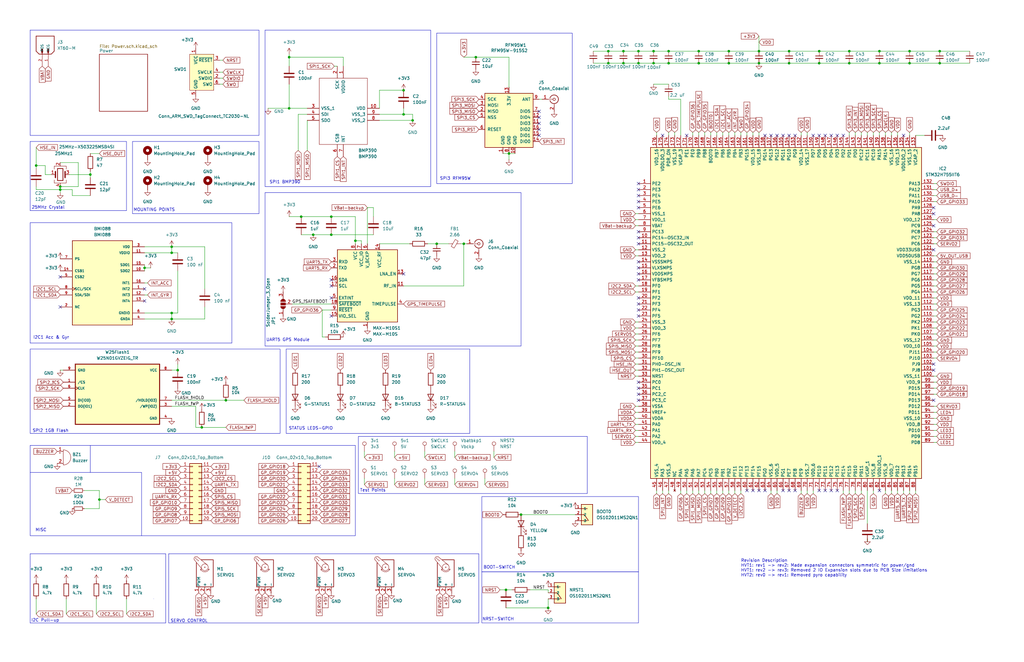
<source format=kicad_sch>
(kicad_sch (version 20231120) (generator "eeschema") (generator_version "8.0")
  (paper "B")
  (title_block (title "H.A.V.O.C.") (date "2024-10-20") (rev "2"))
  (junction (at 396.24 21.59))
  (junction (at 85.09 180.34))
  (junction (at 219.71 217.17))
  (junction (at 269.24 21.59))
  (junction (at 332.74 21.59))
  (junction (at 139.7 99.06))
  (junction (at 262.89 21.59))
  (junction (at 396.24 26.67))
  (junction (at 256.54 21.59))
  (junction (at 200.66 24.13))
  (junction (at 213.36 248.92))
  (junction (at 184.15 102.87))
  (junction (at 370.84 26.67))
  (junction (at 383.54 26.67))
  (junction (at 307.34 21.59))
  (junction (at 294.64 26.67))
  (junction (at 345.44 26.67))
  (junction (at 345.44 21.59))
  (junction (at 320.04 26.67))
  (junction (at 41.91 210.82))
  (junction (at 383.54 21.59))
  (junction (at 72.39 134.62))
  (junction (at 127 91.44))
  (junction (at 121.92 24.13))
  (junction (at 121.92 45.72))
  (junction (at 307.34 26.67))
  (junction (at 195.58 102.87))
  (junction (at 173.99 50.8))
  (junction (at 275.59 21.59))
  (junction (at 358.14 26.67))
  (junction (at 269.24 26.67))
  (junction (at 262.89 26.67))
  (junction (at 256.54 26.67))
  (junction (at 332.74 26.67))
  (junction (at 25.4 78.74))
  (junction (at 170.18 38.1))
  (junction (at 275.59 26.67))
  (junction (at 72.39 106.68))
  (junction (at 72.39 104.14))
  (junction (at 95.25 168.91))
  (junction (at 170.18 48.26))
  (junction (at 15.24 69.85))
  (junction (at 132.08 99.06))
  (junction (at 214.63 64.77))
  (junction (at 139.7 91.44))
  (junction (at 294.64 21.59))
  (junction (at 231.14 256.54))
  (junction (at 370.84 21.59))
  (junction (at 38.1 73.66))
  (junction (at 320.04 21.59))
  (junction (at 281.94 26.67))
  (junction (at 149.86 101.6))
  (junction (at 358.14 21.59))
  (junction (at 72.39 132.08))
  (junction (at 281.94 21.59))
  (junction (at 74.93 156.21))
  (junction (at 25.4 80.01))
  (junction (at 60.96 113.03))
  (no_connect (at 227.33 54.61))
  (no_connect (at 269.24 161.29))
  (no_connect (at 139.7 125.73))
  (no_connect (at 353.06 207.01))
  (no_connect (at 269.24 166.37))
  (no_connect (at 353.06 57.15))
  (no_connect (at 170.18 115.57))
  (no_connect (at 227.33 46.99))
  (no_connect (at 347.98 207.01))
  (no_connect (at 139.7 133.35))
  (no_connect (at 393.7 156.21))
  (no_connect (at 393.7 153.67))
  (no_connect (at 25.4 116.84))
  (no_connect (at 393.7 168.91))
  (no_connect (at 393.7 105.41))
  (no_connect (at 60.96 121.92))
  (no_connect (at 393.7 95.25))
  (no_connect (at 269.24 115.57))
  (no_connect (at 269.24 163.83))
  (no_connect (at 342.9 57.15))
  (no_connect (at 345.44 57.15))
  (no_connect (at 269.24 87.63))
  (no_connect (at 269.24 85.09))
  (no_connect (at 335.28 57.15))
  (no_connect (at 25.4 129.54))
  (no_connect (at 325.12 57.15))
  (no_connect (at 332.74 57.15))
  (no_connect (at 227.33 52.07))
  (no_connect (at 227.33 57.15))
  (no_connect (at 350.52 57.15))
  (no_connect (at 317.5 207.01))
  (no_connect (at 393.7 87.63))
  (no_connect (at 322.58 57.15))
  (no_connect (at 269.24 133.35))
  (no_connect (at 330.2 207.01))
  (no_connect (at 381 57.15))
  (no_connect (at 269.24 110.49))
  (no_connect (at 322.58 207.01))
  (no_connect (at 335.28 207.01))
  (no_connect (at 314.96 207.01))
  (no_connect (at 134.62 196.85))
  (no_connect (at 60.96 127))
  (no_connect (at 269.24 102.87))
  (no_connect (at 332.74 207.01))
  (no_connect (at 269.24 80.01))
  (no_connect (at 355.6 57.15))
  (no_connect (at 279.4 57.15))
  (no_connect (at 227.33 49.53))
  (no_connect (at 269.24 77.47))
  (no_connect (at 347.98 57.15))
  (no_connect (at 139.7 118.11))
  (no_connect (at 289.56 57.15))
  (no_connect (at 327.66 57.15))
  (no_connect (at 269.24 113.03))
  (no_connect (at 320.04 207.01))
  (no_connect (at 350.52 207.01))
  (no_connect (at 345.44 207.01))
  (no_connect (at 269.24 130.81))
  (no_connect (at 139.7 120.65))
  (no_connect (at 269.24 118.11))
  (no_connect (at 269.24 82.55))
  (no_connect (at 269.24 125.73))
  (no_connect (at 269.24 128.27))
  (no_connect (at 330.2 57.15))
  (no_connect (at 269.24 168.91))
  (no_connect (at 269.24 97.79))
  (no_connect (at 370.84 207.01))
  (no_connect (at 393.7 90.17))
  (no_connect (at 269.24 100.33))
  (wire (pts (xy 166.37 193.04) (xy 166.37 190.5)))
  (polyline (pts (xy 12.7 233.68) (xy 69.85 233.68)))
  (wire (pts (xy 365.76 207.01) (xy 365.76 220.98)))
  (wire (pts (xy 157.48 99.06) (xy 139.7 99.06)))
  (wire (pts (xy 279.4 208.28) (xy 279.4 207.01)))
  (wire (pts (xy 394.97 138.43) (xy 393.7 138.43)))
  (wire (pts (xy 212.09 64.77) (xy 214.63 64.77)))
  (wire (pts (xy 267.97 181.61) (xy 269.24 181.61)))
  (wire (pts (xy 302.26 55.88) (xy 302.26 57.15)))
  (wire (pts (xy 256.54 21.59) (xy 262.89 21.59)))
  (wire (pts (xy 358.14 26.67) (xy 370.84 26.67)))
  (wire (pts (xy 312.42 55.88) (xy 312.42 57.15)))
  (wire (pts (xy 29.21 73.66) (xy 38.1 73.66)))
  (wire (pts (xy 394.97 133.35) (xy 393.7 133.35)))
  (wire (pts (xy 302.26 208.28) (xy 302.26 207.01)))
  (wire (pts (xy 281.94 21.59) (xy 294.64 21.59)))
  (wire (pts (xy 370.84 21.59) (xy 383.54 21.59)))
  (wire (pts (xy 394.97 166.37) (xy 393.7 166.37)))
  (wire (pts (xy 375.92 208.28) (xy 375.92 207.01)))
  (wire (pts (xy 102.87 168.91) (xy 95.25 168.91)))
  (wire (pts (xy 386.08 207.01) (xy 386.08 208.28)))
  (wire (pts (xy 72.39 168.91) (xy 95.25 168.91)))
  (wire (pts (xy 25.4 156.21) (xy 26.67 156.21)))
  (wire (pts (xy 294.64 207.01) (xy 294.64 208.28)))
  (wire (pts (xy 179.07 193.04) (xy 179.07 190.5)))
  (wire (pts (xy 304.8 55.88) (xy 304.8 57.15)))
  (wire (pts (xy 139.7 91.44) (xy 149.86 91.44)))
  (wire (pts (xy 35.56 207.01) (xy 41.91 207.01)))
  (wire (pts (xy 219.71 217.17) (xy 242.57 217.17)))
  (wire (pts (xy 287.02 41.91) (xy 287.02 57.15)))
  (wire (pts (xy 378.46 55.88) (xy 378.46 57.15)))
  (wire (pts (xy 157.48 87.63) (xy 157.48 91.44)))
  (wire (pts (xy 281.94 26.67) (xy 294.64 26.67)))
  (polyline (pts (xy 12.7 233.68) (xy 12.7 262.89)))
  (wire (pts (xy 394.97 148.59) (xy 393.7 148.59)))
  (wire (pts (xy 396.24 26.67) (xy 408.94 26.67)))
  (wire (pts (xy 360.68 55.88) (xy 360.68 57.15)))
  (wire (pts (xy 214.63 64.77) (xy 217.17 64.77)))
  (wire (pts (xy 262.89 21.59) (xy 269.24 21.59)))
  (wire (pts (xy 195.58 102.87) (xy 194.31 102.87)))
  (wire (pts (xy 337.82 55.88) (xy 337.82 57.15)))
  (wire (pts (xy 41.91 210.82) (xy 41.91 214.63)))
  (wire (pts (xy 160.02 50.8) (xy 173.99 50.8)))
  (wire (pts (xy 370.84 55.88) (xy 370.84 57.15)))
  (wire (pts (xy 299.72 208.28) (xy 299.72 207.01)))
  (wire (pts (xy 267.97 153.67) (xy 269.24 153.67)))
  (wire (pts (xy 307.34 55.88) (xy 307.34 57.15)))
  (wire (pts (xy 74.93 114.3) (xy 74.93 132.08)))
  (wire (pts (xy 267.97 138.43) (xy 269.24 138.43)))
  (wire (pts (xy 40.64 252.73) (xy 40.64 259.08)))
  (wire (pts (xy 267.97 95.25) (xy 269.24 95.25)))
  (wire (pts (xy 373.38 55.88) (xy 373.38 57.15)))
  (wire (pts (xy 153.67 193.04) (xy 153.67 190.5)))
  (wire (pts (xy 72.39 104.14) (xy 72.39 106.68)))
  (wire (pts (xy 160.02 38.1) (xy 170.18 38.1)))
  (wire (pts (xy 113.03 45.72) (xy 121.92 45.72)))
  (wire (pts (xy 383.54 26.67) (xy 396.24 26.67)))
  (wire (pts (xy 173.99 48.26) (xy 170.18 48.26)))
  (wire (pts (xy 72.39 104.14) (xy 60.96 104.14)))
  (wire (pts (xy 275.59 35.56) (xy 281.94 35.56)))
  (wire (pts (xy 267.97 151.13) (xy 269.24 151.13)))
  (wire (pts (xy 304.8 208.28) (xy 304.8 207.01)))
  (wire (pts (xy 152.4 101.6) (xy 149.86 101.6)))
  (wire (pts (xy 153.67 204.47) (xy 153.67 201.93)))
  (wire (pts (xy 19.05 73.66) (xy 19.05 69.85)))
  (wire (pts (xy 160.02 102.87) (xy 172.72 102.87)))
  (wire (pts (xy 394.97 123.19) (xy 393.7 123.19)))
  (wire (pts (xy 314.96 55.88) (xy 314.96 57.15)))
  (wire (pts (xy 294.64 21.59) (xy 307.34 21.59)))
  (wire (pts (xy 30.48 80.01) (xy 30.48 82.55)))
  (wire (pts (xy 394.97 135.89) (xy 393.7 135.89)))
  (wire (pts (xy 394.97 184.15) (xy 393.7 184.15)))
  (wire (pts (xy 307.34 26.67) (xy 320.04 26.67)))
  (wire (pts (xy 394.97 161.29) (xy 393.7 161.29)))
  (wire (pts (xy 74.93 132.08) (xy 72.39 132.08)))
  (polyline (pts (xy 12.7 262.89) (xy 69.85 262.89)))
  (wire (pts (xy 386.08 57.15) (xy 389.89 57.15)))
  (wire (pts (xy 365.76 227.33) (xy 365.76 228.6)))
  (wire (pts (xy 95.25 180.34) (xy 85.09 180.34)))
  (wire (pts (xy 62.23 119.38) (xy 60.96 119.38)))
  (wire (pts (xy 256.54 26.67) (xy 262.89 26.67)))
  (wire (pts (xy 299.72 55.88) (xy 299.72 57.15)))
  (wire (pts (xy 15.24 80.01) (xy 25.4 80.01)))
  (wire (pts (xy 394.97 179.07) (xy 393.7 179.07)))
  (wire (pts (xy 72.39 132.08) (xy 72.39 134.62)))
  (wire (pts (xy 269.24 21.59) (xy 275.59 21.59)))
  (wire (pts (xy 337.82 207.01) (xy 337.82 208.28)))
  (wire (pts (xy 33.02 78.74) (xy 25.4 78.74)))
  (wire (pts (xy 72.39 106.68) (xy 74.93 106.68)))
  (wire (pts (xy 267.97 184.15) (xy 269.24 184.15)))
  (wire (pts (xy 294.64 26.67) (xy 307.34 26.67)))
  (wire (pts (xy 368.3 208.28) (xy 368.3 207.01)))
  (wire (pts (xy 93.98 33.02) (xy 92.71 33.02)))
  (wire (pts (xy 332.74 26.67) (xy 345.44 26.67)))
  (wire (pts (xy 93.98 25.4) (xy 92.71 25.4)))
  (wire (pts (xy 267.97 90.17) (xy 269.24 90.17)))
  (wire (pts (xy 394.97 143.51) (xy 393.7 143.51)))
  (wire (pts (xy 41.91 210.82) (xy 44.45 210.82)))
  (wire (pts (xy 394.97 120.65) (xy 393.7 120.65)))
  (wire (pts (xy 160.02 45.72) (xy 160.02 38.1)))
  (wire (pts (xy 309.88 208.28) (xy 309.88 207.01)))
  (wire (pts (xy 394.97 171.45) (xy 393.7 171.45)))
  (polyline (pts (xy 59.69 199.39) (xy 59.69 226.06)))
  (wire (pts (xy 157.48 87.63) (xy 154.94 87.63)))
  (wire (pts (xy 121.92 22.86) (xy 121.92 24.13)))
  (wire (pts (xy 267.97 92.71) (xy 269.24 92.71)))
  (wire (pts (xy 394.97 186.69) (xy 393.7 186.69)))
  (wire (pts (xy 320.04 21.59) (xy 332.74 21.59)))
  (polyline (pts (xy 69.85 233.68) (xy 69.85 262.89)))
  (wire (pts (xy 166.37 204.47) (xy 166.37 201.93)))
  (wire (pts (xy 267.97 120.65) (xy 269.24 120.65)))
  (wire (pts (xy 281.94 41.91) (xy 281.94 40.64)))
  (wire (pts (xy 82.55 180.34) (xy 85.09 180.34)))
  (wire (pts (xy 223.52 248.92) (xy 231.14 248.92)))
  (wire (pts (xy 144.78 24.13) (xy 144.78 27.94)))
  (wire (pts (xy 373.38 207.01) (xy 373.38 208.28)))
  (wire (pts (xy 269.24 26.67) (xy 275.59 26.67)))
  (wire (pts (xy 340.36 207.01) (xy 340.36 208.28)))
  (wire (pts (xy 38.1 73.66) (xy 38.1 74.93)))
  (wire (pts (xy 210.82 248.92) (xy 213.36 248.92)))
  (wire (pts (xy 200.66 24.13) (xy 214.63 24.13)))
  (wire (pts (xy 82.55 171.45) (xy 82.55 180.34)))
  (wire (pts (xy 363.22 55.88) (xy 363.22 57.15)))
  (wire (pts (xy 267.97 148.59) (xy 269.24 148.59)))
  (wire (pts (xy 170.18 120.65) (xy 195.58 120.65)))
  (wire (pts (xy 74.93 153.67) (xy 74.93 156.21)))
  (wire (pts (xy 368.3 55.88) (xy 368.3 57.15)))
  (wire (pts (xy 267.97 135.89) (xy 269.24 135.89)))
  (wire (pts (xy 140.97 27.94) (xy 142.24 27.94)))
  (wire (pts (xy 332.74 21.59) (xy 345.44 21.59)))
  (wire (pts (xy 173.99 50.8) (xy 173.99 48.26)))
  (wire (pts (xy 127 99.06) (xy 132.08 99.06)))
  (wire (pts (xy 129.54 63.5) (xy 129.54 50.8)))
  (wire (pts (xy 394.97 118.11) (xy 393.7 118.11)))
  (wire (pts (xy 250.19 26.67) (xy 256.54 26.67)))
  (wire (pts (xy 35.56 214.63) (xy 41.91 214.63)))
  (wire (pts (xy 394.97 102.87) (xy 393.7 102.87)))
  (wire (pts (xy 381 208.28) (xy 381 207.01)))
  (wire (pts (xy 394.97 110.49) (xy 393.7 110.49)))
  (wire (pts (xy 125.73 63.5) (xy 125.73 48.26)))
  (wire (pts (xy 297.18 207.01) (xy 297.18 208.28)))
  (wire (pts (xy 86.36 104.14) (xy 72.39 104.14)))
  (wire (pts (xy 135.89 142.24) (xy 137.16 142.24)))
  (wire (pts (xy 179.07 204.47) (xy 179.07 201.93)))
  (wire (pts (xy 33.02 68.58) (xy 33.02 78.74)))
  (wire (pts (xy 208.28 193.04) (xy 208.28 190.5)))
  (wire (pts (xy 72.39 132.08) (xy 60.96 132.08)))
  (wire (pts (xy 127 91.44) (xy 139.7 91.44)))
  (wire (pts (xy 394.97 158.75) (xy 393.7 158.75)))
  (wire (pts (xy 394.97 146.05) (xy 393.7 146.05)))
  (wire (pts (xy 93.98 35.56) (xy 92.71 35.56)))
  (wire (pts (xy 60.96 113.03) (xy 60.96 114.3)))
  (wire (pts (xy 191.77 193.04) (xy 191.77 190.5)))
  (wire (pts (xy 267.97 143.51) (xy 269.24 143.51)))
  (wire (pts (xy 383.54 21.59) (xy 396.24 21.59)))
  (wire (pts (xy 317.5 55.88) (xy 317.5 57.15)))
  (wire (pts (xy 121.92 91.44) (xy 127 91.44)))
  (wire (pts (xy 320.04 55.88) (xy 320.04 57.15)))
  (wire (pts (xy 62.23 124.46) (xy 60.96 124.46)))
  (wire (pts (xy 152.4 102.87) (xy 152.4 101.6)))
  (wire (pts (xy 325.12 207.01) (xy 325.12 208.28)))
  (wire (pts (xy 394.97 82.55) (xy 393.7 82.55)))
  (wire (pts (xy 309.88 55.88) (xy 309.88 57.15)))
  (wire (pts (xy 41.91 207.01) (xy 41.91 210.82)))
  (wire (pts (xy 72.39 134.62) (xy 86.36 134.62)))
  (wire (pts (xy 170.18 48.26) (xy 160.02 48.26)))
  (wire (pts (xy 121.92 45.72) (xy 129.54 45.72)))
  (wire (pts (xy 72.39 171.45) (xy 82.55 171.45)))
  (wire (pts (xy 355.6 207.01) (xy 355.6 208.28)))
  (wire (pts (xy 149.86 91.44) (xy 149.86 101.6)))
  (wire (pts (xy 125.73 48.26) (xy 129.54 48.26)))
  (wire (pts (xy 394.97 100.33) (xy 393.7 100.33)))
  (wire (pts (xy 60.96 111.76) (xy 60.96 113.03)))
  (wire (pts (xy 345.44 26.67) (xy 358.14 26.67)))
  (wire (pts (xy 394.97 97.79) (xy 393.7 97.79)))
  (wire (pts (xy 149.86 101.6) (xy 149.86 102.87)))
  (wire (pts (xy 275.59 26.67) (xy 281.94 26.67)))
  (wire (pts (xy 267.97 158.75) (xy 269.24 158.75)))
  (wire (pts (xy 394.97 80.01) (xy 393.7 80.01)))
  (wire (pts (xy 363.22 208.28) (xy 363.22 207.01)))
  (wire (pts (xy 276.86 55.88) (xy 276.86 57.15)))
  (wire (pts (xy 135.89 130.81) (xy 139.7 130.81)))
  (wire (pts (xy 25.4 68.58) (xy 33.02 68.58)))
  (wire (pts (xy 93.98 30.48) (xy 92.71 30.48)))
  (wire (pts (xy 327.66 208.28) (xy 327.66 207.01)))
  (wire (pts (xy 21.59 73.66) (xy 19.05 73.66)))
  (wire (pts (xy 292.1 207.01) (xy 292.1 208.28)))
  (wire (pts (xy 195.58 24.13) (xy 200.66 24.13)))
  (wire (pts (xy 394.97 163.83) (xy 393.7 163.83)))
  (wire (pts (xy 394.97 92.71) (xy 393.7 92.71)))
  (wire (pts (xy 38.1 64.77) (xy 41.91 64.77)))
  (wire (pts (xy 267.97 171.45) (xy 269.24 171.45)))
  (wire (pts (xy 191.77 204.47) (xy 191.77 201.93)))
  (wire (pts (xy 267.97 107.95) (xy 269.24 107.95)))
  (wire (pts (xy 394.97 173.99) (xy 393.7 173.99)))
  (wire (pts (xy 135.89 130.81) (xy 135.89 142.24)))
  (wire (pts (xy 15.24 69.85) (xy 15.24 62.23)))
  (wire (pts (xy 204.47 204.47) (xy 204.47 201.93)))
  (wire (pts (xy 393.7 107.95) (xy 394.97 107.95)))
  (wire (pts (xy 394.97 140.97) (xy 393.7 140.97)))
  (wire (pts (xy 25.4 80.01) (xy 30.48 80.01)))
  (wire (pts (xy 394.97 151.13) (xy 393.7 151.13)))
  (wire (pts (xy 231.14 248.92) (xy 231.14 250.19)))
  (wire (pts (xy 342.9 207.01) (xy 342.9 208.28)))
  (wire (pts (xy 267.97 156.21) (xy 269.24 156.21)))
  (wire (pts (xy 86.36 134.62) (xy 86.36 129.54)))
  (wire (pts (xy 25.4 81.28) (xy 25.4 80.01)))
  (wire (pts (xy 394.97 130.81) (xy 393.7 130.81)))
  (wire (pts (xy 60.96 134.62) (xy 72.39 134.62)))
  (wire (pts (xy 383.54 55.88) (xy 383.54 57.15)))
  (wire (pts (xy 394.97 113.03) (xy 393.7 113.03)))
  (wire (pts (xy 170.18 45.72) (xy 170.18 48.26)))
  (wire (pts (xy 284.48 55.88) (xy 284.48 57.15)))
  (wire (pts (xy 72.39 156.21) (xy 74.93 156.21)))
  (wire (pts (xy 394.97 77.47) (xy 393.7 77.47)))
  (wire (pts (xy 15.24 80.01) (xy 15.24 78.74)))
  (wire (pts (xy 214.63 24.13) (xy 214.63 36.83)))
  (wire (pts (xy 267.97 176.53) (xy 269.24 176.53)))
  (wire (pts (xy 30.48 82.55) (xy 38.1 82.55)))
  (wire (pts (xy 358.14 207.01) (xy 358.14 208.28)))
  (wire (pts (xy 267.97 105.41) (xy 269.24 105.41)))
  (wire (pts (xy 281.94 41.91) (xy 287.02 41.91)))
  (wire (pts (xy 358.14 55.88) (xy 358.14 57.15)))
  (wire (pts (xy 394.97 125.73) (xy 393.7 125.73)))
  (wire (pts (xy 360.68 208.28) (xy 360.68 207.01)))
  (wire (pts (xy 86.36 121.92) (xy 86.36 104.14)))
  (wire (pts (xy 375.92 55.88) (xy 375.92 57.15)))
  (wire (pts (xy 196.85 102.87) (xy 195.58 102.87)))
  (wire (pts (xy 25.4 78.74) (xy 25.4 80.01)))
  (wire (pts (xy 121.92 24.13) (xy 121.92 27.94)))
  (wire (pts (xy 394.97 85.09) (xy 393.7 85.09)))
  (wire (pts (xy 378.46 208.28) (xy 378.46 207.01)))
  (wire (pts (xy 275.59 21.59) (xy 281.94 21.59)))
  (wire (pts (xy 394.97 128.27) (xy 393.7 128.27)))
  (wire (pts (xy 294.64 55.88) (xy 294.64 57.15)))
  (wire (pts (xy 287.02 208.28) (xy 287.02 207.01)))
  (wire (pts (xy 267.97 186.69) (xy 269.24 186.69)))
  (wire (pts (xy 345.44 21.59) (xy 358.14 21.59)))
  (wire (pts (xy 262.89 26.67) (xy 269.24 26.67)))
  (wire (pts (xy 63.5 113.03) (xy 60.96 113.03)))
  (wire (pts (xy 267.97 173.99) (xy 269.24 173.99)))
  (wire (pts (xy 38.1 72.39) (xy 38.1 73.66)))
  (wire (pts (xy 320.04 15.24) (xy 320.04 21.59)))
  (polyline (pts (xy 64.77 252.73) (xy 64.77 252.73)))
  (wire (pts (xy 180.34 102.87) (xy 184.15 102.87)))
  (wire (pts (xy 307.34 21.59) (xy 320.04 21.59)))
  (wire (pts (xy 213.36 256.54) (xy 231.14 256.54)))
  (wire (pts (xy 396.24 21.59) (xy 408.94 21.59)))
  (wire (pts (xy 276.86 208.28) (xy 276.86 207.01)))
  (wire (pts (xy 60.96 106.68) (xy 72.39 106.68)))
  (wire (pts (xy 267.97 140.97) (xy 269.24 140.97)))
  (wire (pts (xy 195.58 120.65) (xy 195.58 102.87)))
  (wire (pts (xy 289.56 208.28) (xy 289.56 207.01)))
  (wire (pts (xy 394.97 181.61) (xy 393.7 181.61)))
  (wire (pts (xy 365.76 55.88) (xy 365.76 57.15)))
  (wire (pts (xy 27.94 252.73) (xy 27.94 259.08)))
  (wire (pts (xy 123.19 128.27) (xy 139.7 128.27)))
  (wire (pts (xy 15.24 252.73) (xy 15.24 259.08)))
  (wire (pts (xy 267.97 146.05) (xy 269.24 146.05)))
  (wire (pts (xy 250.19 21.59) (xy 256.54 21.59)))
  (wire (pts (xy 358.14 21.59) (xy 370.84 21.59)))
  (wire (pts (xy 231.14 256.54) (xy 231.14 252.73)))
  (wire (pts (xy 53.34 252.73) (xy 53.34 259.08)))
  (wire (pts (xy 19.05 69.85) (xy 15.24 69.85)))
  (wire (pts (xy 297.18 55.88) (xy 297.18 57.15)))
  (wire (pts (xy 320.04 26.67) (xy 332.74 26.67)))
  (wire (pts (xy 154.94 87.63) (xy 154.94 102.87)))
  (wire (pts (xy 132.08 99.06) (xy 139.7 99.06)))
  (wire (pts (xy 15.24 69.85) (xy 15.24 71.12)))
  (wire (pts (xy 394.97 176.53) (xy 393.7 176.53)))
  (wire (pts (xy 228.6 41.91) (xy 227.33 41.91)))
  (wire (pts (xy 394.97 115.57) (xy 393.7 115.57)))
  (wire (pts (xy 383.54 207.01) (xy 383.54 208.28)))
  (wire (pts (xy 281.94 55.88) (xy 281.94 57.15)))
  (polyline (pts (xy 38.1 187.96) (xy 38.1 199.39)))
  (wire (pts (xy 121.92 24.13) (xy 144.78 24.13)))
  (wire (pts (xy 281.94 208.28) (xy 281.94 207.01)))
  (polyline (pts (xy 12.7 199.39) (xy 59.69 199.39)))
  (wire (pts (xy 370.84 26.67) (xy 383.54 26.67)))
  (wire (pts (xy 340.36 55.88) (xy 340.36 57.15)))
  (wire (pts (xy 307.34 208.28) (xy 307.34 207.01)))
  (wire (pts (xy 214.63 64.77) (xy 214.63 67.31)))
  (wire (pts (xy 121.92 35.56) (xy 121.92 45.72)))
  (wire (pts (xy 292.1 55.88) (xy 292.1 57.15)))
  (wire (pts (xy 267.97 179.07) (xy 269.24 179.07)))
  (wire (pts (xy 267.97 123.19) (xy 269.24 123.19)))
  (wire (pts (xy 312.42 208.28) (xy 312.42 207.01)))
  (wire (pts (xy 189.23 102.87) (xy 184.15 102.87)))
  (wire (pts (xy 213.36 248.92) (xy 215.9 248.92)))
  (rectangle (start 12.7 147.32) (end 118.11 182.88))
  (rectangle (start 12.7 187.96) (end 149.86 226.06))
  (rectangle (start 12.7 12.7) (end 109.22 57.15))
  (rectangle (start 184.15 13.97) (end 241.3 77.47))
  (rectangle (start 151.13 184.15) (end 247.65 208.28))
  (rectangle (start 111.76 81.28) (end 219.71 146.05))
  (rectangle (start 12.7 93.98) (end 97.79 144.78))
  (rectangle (start 12.7 59.69) (end 53.34 88.9))
  (rectangle (start 111.76 12.7) (end 181.61 78.74))
  (rectangle (start 203.2 241.3) (end 269.24 262.89))
  (rectangle (start 120.65 147.32) (end 198.12 182.88))
  (rectangle (start 203.2 209.55) (end 269.24 241.3))
  (rectangle (start 55.88 59.69) (end 109.22 90.17))
  (rectangle (start 71.12 233.68) (end 201.93 262.89))
  (text "SPI1 BMP390\n" (at 120.142 76.962 0) (effects (font (size 1.27 1.27))))
  (text "Revision Description \nHVT1: rev1 -> rev2: Made expansion connectors symmetric for power/gnd\nHVT1: rev2 -> rev3: Removed 2 IO Expansion slots due to PCB Size limitations\nHVT2: rev0 -> rev1: Removed pyro capability\n\n\n			  \n			  " (at 312.42 243.84 0) (effects (font (size 1.27 1.27)) (justify left)))
  (text "Test Points\n" (at 157.226 207.01 0) (effects (font (size 1.27 1.27))))
  (text "I2C1 Acc & Gyr" (at 21.59 142.494 0) (effects (font (size 1.27 1.27))))
  (text "SPI2 1GB Flash" (at 21.336 181.864 0) (effects (font (size 1.27 1.27))))
  (text "SERVO CONTROL" (at 79.756 262.128 0) (effects (font (size 1.27 1.27))))
  (text "NRST-SWITCH\n" (at 210.058 261.366 0) (effects (font (size 1.27 1.27))))
  (text "SPI3 RFM95W\n" (at 192.024 75.438 0) (effects (font (size 1.27 1.27))))
  (text "UART5 GPS Module" (at 121.412 143.51 0) (effects (font (size 1.27 1.27))))
  (text "BOOT-SWITCH\n" (at 210.566 239.522 0) (effects (font (size 1.27 1.27))))
  (text "I2C Pull-up\n" (at 19.05 261.874 0) (effects (font (size 1.27 1.27))))
  (text "25MHz Crystal" (at 20.32 87.63 0) (effects (font (size 1.27 1.27))))
  (text "MISC" (at 17.272 223.774 0) (effects (font (size 1.27 1.27))))
  (text "MOUNTING POINTS\n" (at 65.024 88.646 0) (effects (font (size 1.27 1.27))))
  (text "STATUS LEDS-GPIO\n" (at 131.064 180.848 0) (effects (font (size 1.27 1.27))))
  (label "GPS_!SAFEBOOT" (at 123.19 128.27 0))
  (label "BOOT0" (at 224.79 217.17 0))
  (label "FLASH_!HOLD" (at 73.66 168.91 0))
  (label "FLASH_!WP" (at 73.66 171.45 0))
  (label "NRST" (at 224.79 248.92 0))
  (global_label "GND" (shape input) (at 373.38 208.28 270) (property "Intersheetrefs" "${INTERSHEET_REFS}" (effects (hide yes))))
  (global_label "SERVO1" (shape input) (at 83.82 250.19 270) (property "Intersheetrefs" "${INTERSHEET_REFS}" (effects (hide yes))))
  (global_label "SPI3_MOSI" (shape input) (at 363.22 55.88 90) (property "Intersheetrefs" "${INTERSHEET_REFS}" (effects (hide yes))))
  (global_label "SPI5_MISO" (shape input) (at 267.97 146.05 180) (property "Intersheetrefs" "${INTERSHEET_REFS}" (effects (hide yes))))
  (global_label "GP_GPIO22" (shape input) (at 121.92 209.55 180) (property "Intersheetrefs" "${INTERSHEET_REFS}" (effects (hide yes))))
  (global_label "SERVO4" (shape input) (at 394.97 151.13 0) (property "Intersheetrefs" "${INTERSHEET_REFS}" (effects (hide yes))))
  (global_label "SPI2_!CS" (shape input) (at 363.22 208.28 270) (property "Intersheetrefs" "${INTERSHEET_REFS}" (effects (hide yes))))
  (global_label "NRST" (shape input) (at 208.28 193.04 0) (property "Intersheetrefs" "${INTERSHEET_REFS}" (effects (hide yes))))
  (global_label "SERVO2" (shape input) (at 394.97 102.87 0) (property "Intersheetrefs" "${INTERSHEET_REFS}" (effects (hide yes))))
  (global_label "GND" (shape input) (at 267.97 105.41 180) (property "Intersheetrefs" "${INTERSHEET_REFS}" (effects (hide yes))))
  (global_label "GP_GPIO32" (shape input) (at 394.97 97.79 0) (property "Intersheetrefs" "${INTERSHEET_REFS}" (effects (hide yes))))
  (global_label "GND" (shape input) (at 76.2 207.01 180) (property "Intersheetrefs" "${INTERSHEET_REFS}" (effects (hide yes))))
  (global_label "V_DETECT" (shape input) (at 44.45 210.82 0) (property "Intersheetrefs" "${INTERSHEET_REFS}" (effects (hide yes))))
  (global_label "GP_GPIO8" (shape input) (at 302.26 208.28 270) (property "Intersheetrefs" "${INTERSHEET_REFS}" (effects (hide yes))))
  (global_label "GP_GPIO27" (shape input) (at 394.97 120.65 0) (property "Intersheetrefs" "${INTERSHEET_REFS}" (effects (hide yes))))
  (global_label "SPI2_MOSI" (shape input) (at 26.67 168.91 180) (property "Intersheetrefs" "${INTERSHEET_REFS}" (effects (hide yes))))
  (global_label "+5V" (shape input) (at 86.36 250.19 270) (property "Intersheetrefs" "${INTERSHEET_REFS}" (effects (hide yes))))
  (global_label "INT_GYR" (shape input) (at 309.88 55.88 90) (property "Intersheetrefs" "${INTERSHEET_REFS}" (effects (hide yes))))
  (global_label "LED2" (shape input) (at 394.97 184.15 0) (property "Intersheetrefs" "${INTERSHEET_REFS}" (effects (hide yes))))
  (global_label "HSE_IN" (shape input) (at 15.24 62.23 0) (property "Intersheetrefs" "${INTERSHEET_REFS}" (effects (hide yes))))
  (global_label "VDD" (shape input) (at 394.97 125.73 0) (property "Intersheetrefs" "${INTERSHEET_REFS}" (effects (hide yes))))
  (global_label "SWO" (shape input) (at 93.98 35.56 0) (property "Intersheetrefs" "${INTERSHEET_REFS}" (effects (hide yes))))
  (global_label "SPI1_INT" (shape input) (at 144.78 66.04 270) (property "Intersheetrefs" "${INTERSHEET_REFS}" (effects (hide yes))))
  (global_label "UART5_RX" (shape input) (at 139.7 113.03 180) (property "Intersheetrefs" "${INTERSHEET_REFS}" (effects (hide yes))))
  (global_label "+5V" (shape input) (at 162.56 250.19 270) (property "Intersheetrefs" "${INTERSHEET_REFS}" (effects (hide yes))))
  (global_label "GP_GPIO6" (shape input) (at 287.02 208.28 270) (property "Intersheetrefs" "${INTERSHEET_REFS}" (effects (hide yes))))
  (global_label "FLASH_!WP" (shape input) (at 95.25 180.34 0) (property "Intersheetrefs" "${INTERSHEET_REFS}" (effects (hide yes))))
  (global_label "GND" (shape input) (at 88.9 207.01 0) (property "Intersheetrefs" "${INTERSHEET_REFS}" (effects (hide yes))))
  (global_label "SWCLK" (shape input) (at 373.38 55.88 90) (property "Intersheetrefs" "${INTERSHEET_REFS}" (effects (hide yes))))
  (global_label "UART4_TX" (shape input) (at 267.97 179.07 180) (property "Intersheetrefs" "${INTERSHEET_REFS}" (effects (hide yes))))
  (global_label "SERVO2" (shape input) (at 166.37 204.47 0) (property "Intersheetrefs" "${INTERSHEET_REFS}" (effects (hide yes))))
  (global_label "VDD" (shape input) (at 327.66 208.28 270) (property "Intersheetrefs" "${INTERSHEET_REFS}" (effects (hide yes))))
  (global_label "SPI5_CS" (shape input) (at 267.97 151.13 180) (property "Intersheetrefs" "${INTERSHEET_REFS}" (effects (hide yes))))
  (global_label "HSE_IN" (shape input) (at 267.97 153.67 180) (property "Intersheetrefs" "${INTERSHEET_REFS}" (effects (hide yes))))
  (global_label "UART4_RX" (shape input) (at 76.2 209.55 180) (property "Intersheetrefs" "${INTERSHEET_REFS}" (effects (hide yes))))
  (global_label "NRST" (shape input) (at 93.98 25.4 0) (property "Intersheetrefs" "${INTERSHEET_REFS}" (effects (hide yes))))
  (global_label "VDD" (shape input) (at 394.97 92.71 0) (property "Intersheetrefs" "${INTERSHEET_REFS}" (effects (hide yes))))
  (global_label "I2C2_SDA" (shape input) (at 267.97 120.65 180) (property "Intersheetrefs" "${INTERSHEET_REFS}" (effects (hide yes))))
  (global_label "SERVO3" (shape input) (at 394.97 171.45 0) (property "Intersheetrefs" "${INTERSHEET_REFS}" (effects (hide yes))))
  (global_label "GP_GPIO30" (shape input) (at 134.62 212.09 0) (property "Intersheetrefs" "${INTERSHEET_REFS}" (effects (hide yes))))
  (global_label "GND" (shape input) (at 281.94 208.28 270) (property "Intersheetrefs" "${INTERSHEET_REFS}" (effects (hide yes))))
  (global_label "GP_GPIO33" (shape input) (at 394.97 85.09 0) (property "Intersheetrefs" "${INTERSHEET_REFS}" (effects (hide yes))))
  (global_label "GP_GPIO31" (shape input) (at 394.97 100.33 0) (property "Intersheetrefs" "${INTERSHEET_REFS}" (effects (hide yes))))
  (global_label "INT_ACC" (shape input) (at 307.34 55.88 90) (property "Intersheetrefs" "${INTERSHEET_REFS}" (effects (hide yes))))
  (global_label "SPI3_CS" (shape input) (at 201.93 49.53 180) (property "Intersheetrefs" "${INTERSHEET_REFS}" (effects (hide yes))))
  (global_label "VDD" (shape input) (at 378.46 55.88 90) (property "Intersheetrefs" "${INTERSHEET_REFS}" (effects (hide yes))))
  (global_label "I2C1_SDA" (shape input) (at 15.24 259.08 0) (property "Intersheetrefs" "${INTERSHEET_REFS}" (effects (hide yes))))
  (global_label "GP_GPIO10" (shape input) (at 307.34 208.28 270) (property "Intersheetrefs" "${INTERSHEET_REFS}" (effects (hide yes))))
  (global_label "GP_GPIO35" (shape input) (at 134.62 199.39 0) (property "Intersheetrefs" "${INTERSHEET_REFS}" (effects (hide yes))))
  (global_label "+3V3" (shape input) (at 320.04 15.24 180) (property "Intersheetrefs" "${INTERSHEET_REFS}" (effects (hide yes))))
  (global_label "SPI1_MOSI" (shape input) (at 294.64 208.28 270) (property "Intersheetrefs" "${INTERSHEET_REFS}" (effects (hide yes))))
  (global_label "GND" (shape input) (at 325.12 208.28 270) (property "Intersheetrefs" "${INTERSHEET_REFS}" (effects (hide yes))))
  (global_label "LED2" (shape input) (at 143.51 156.21 90) (property "Intersheetrefs" "${INTERSHEET_REFS}" (effects (hide yes))))
  (global_label "SERVO4" (shape input) (at 191.77 204.47 0) (property "Intersheetrefs" "${INTERSHEET_REFS}" (effects (hide yes))))
  (global_label "GND" (shape input) (at 121.92 207.01 180) (property "Intersheetrefs" "${INTERSHEET_REFS}" (effects (hide yes))))
  (global_label "SPI5_SCK" (shape input) (at 267.97 143.51 180) (property "Intersheetrefs" "${INTERSHEET_REFS}" (effects (hide yes))))
  (global_label "SERVO5" (shape input) (at 204.47 204.47 0) (property "Intersheetrefs" "${INTERSHEET_REFS}" (effects (hide yes))))
  (global_label "SPI1_SCK" (shape input) (at 140.97 27.94 180) (property "Intersheetrefs" "${INTERSHEET_REFS}" (effects (hide yes))))
  (global_label "BOOT0" (shape input) (at 299.72 55.88 90) (property "Intersheetrefs" "${INTERSHEET_REFS}" (effects (hide yes))))
  (global_label "SPI2_SCK" (shape input) (at 360.68 208.28 270) (property "Intersheetrefs" "${INTERSHEET_REFS}" (effects (hide yes))))
  (global_label "VBAT" (shape input) (at 30.48 207.01 180) (property "Intersheetrefs" "${INTERSHEET_REFS}" (effects (hide yes))))
  (global_label "LED3" (shape input) (at 162.56 156.21 90) (property "Intersheetrefs" "${INTERSHEET_REFS}" (effects (hide yes))))
  (global_label "GPS_TIMEPULSE" (shape input) (at 170.18 128.27 0) (property "Intersheetrefs" "${INTERSHEET_REFS}" (effects (hide yes))))
  (global_label "GND" (shape input) (at 276.86 208.28 270) (property "Intersheetrefs" "${INTERSHEET_REFS}" (effects (hide yes))))
  (global_label "+5V" (shape input) (at 137.16 250.19 270) (property "Intersheetrefs" "${INTERSHEET_REFS}" (effects (hide yes))))
  (global_label "VDD" (shape input) (at 281.94 55.88 90) (property "Intersheetrefs" "${INTERSHEET_REFS}" (effects (hide yes))))
  (global_label "SWO" (shape input) (at 312.42 55.88 90) (property "Intersheetrefs" "${INTERSHEET_REFS}" (effects (hide yes))))
  (global_label "LED4" (shape input) (at 181.61 156.21 90) (property "Intersheetrefs" "${INTERSHEET_REFS}" (effects (hide yes))))
  (global_label "+5V" (shape input) (at 76.2 199.39 180) (property "Intersheetrefs" "${INTERSHEET_REFS}" (effects (hide yes))))
  (global_label "+3V3" (shape input) (at 76.2 196.85 180) (property "Intersheetrefs" "${INTERSHEET_REFS}" (effects (hide yes))))
  (global_label "VBat-backup" (shape input) (at 191.77 193.04 0) (property "Intersheetrefs" "${INTERSHEET_REFS}" (effects (hide yes))))
  (global_label "SERVO4" (shape input) (at 160.02 250.19 270) (property "Intersheetrefs" "${INTERSHEET_REFS}" (effects (hide yes))))
  (global_label "USB_D-" (shape input) (at 394.97 82.55 0) (property "Intersheetrefs" "${INTERSHEET_REFS}" (effects (hide yes))))
  (global_label "GP_GPIO25" (shape input) (at 394.97 130.81 0) (property "Intersheetrefs" "${INTERSHEET_REFS}" (effects (hide yes))))
  (global_label "FLASH_!WP" (shape input) (at 355.6 208.28 270) (property "Intersheetrefs" "${INTERSHEET_REFS}" (effects (hide yes))))
  (global_label "HSE_OUT" (shape input) (at 41.91 64.77 0) (property "Intersheetrefs" "${INTERSHEET_REFS}" (effects (hide yes))))
  (global_label "GP_GPIO35" (shape input) (at 297.18 55.88 90) (property "Intersheetrefs" "${INTERSHEET_REFS}" (effects (hide yes))))
  (global_label "GPS_TIMEPULSE" (shape input) (at 294.64 55.88 90) (property "Intersheetrefs" "${INTERSHEET_REFS}" (effects (hide yes))))
  (global_label "GP_GPIO26" (shape input) (at 121.92 219.71 180) (property "Intersheetrefs" "${INTERSHEET_REFS}" (effects (hide yes))))
  (global_label "HSE_OUT" (shape input) (at 267.97 156.21 180) (property "Intersheetrefs" "${INTERSHEET_REFS}" (effects (hide yes))))
  (global_label "SERVO1" (shape input) (at 153.67 204.47 0) (property "Intersheetrefs" "${INTERSHEET_REFS}" (effects (hide yes))))
  (global_label "GP_GPIO20" (shape input) (at 394.97 148.59 0) (property "Intersheetrefs" "${INTERSHEET_REFS}" (effects (hide yes))))
  (global_label "SERVO5" (shape input) (at 267.97 140.97 180) (property "Intersheetrefs" "${INTERSHEET_REFS}" (effects (hide yes))))
  (global_label "SPI1_SCK" (shape input) (at 289.56 208.28 270) (property "Intersheetrefs" "${INTERSHEET_REFS}" (effects (hide yes))))
  (global_label "GP_GPIO21" (shape input) (at 121.92 204.47 180) (property "Intersheetrefs" "${INTERSHEET_REFS}" (effects (hide yes))))
  (global_label "VBat-backup" (shape input) (at 154.94 87.63 180) (property "Intersheetrefs" "${INTERSHEET_REFS}" (effects (hide yes))))
  (global_label "VDDA" (shape input) (at 267.97 173.99 180) (property "Intersheetrefs" "${INTERSHEET_REFS}" (effects (hide yes))))
  (global_label "SPI2_MOSI" (shape input) (at 386.08 208.28 270) (property "Intersheetrefs" "${INTERSHEET_REFS}" (effects (hide yes))))
  (global_label "GP_GPIO34" (shape input) (at 134.62 201.93 0) (property "Intersheetrefs" "${INTERSHEET_REFS}" (effects (hide yes))))
  (global_label "I2C2_SCL" (shape input) (at 40.64 259.08 0) (property "Intersheetrefs" "${INTERSHEET_REFS}" (effects (hide yes))))
  (global_label "GND" (shape input) (at 340.36 208.28 270) (property "Intersheetrefs" "${INTERSHEET_REFS}" (effects (hide yes))))
  (global_label "SERVO1" (shape input) (at 267.97 184.15 180) (property "Intersheetrefs" "${INTERSHEET_REFS}" (effects (hide yes))))
  (global_label "GP_GPIO9" (shape input) (at 304.8 208.28 270) (property "Intersheetrefs" "${INTERSHEET_REFS}" (effects (hide yes))))
  (global_label "GP_GPIO23" (shape input) (at 121.92 212.09 180) (property "Intersheetrefs" "${INTERSHEET_REFS}" (effects (hide yes))))
  (global_label "UART4_RX" (shape input) (at 267.97 181.61 180) (property "Intersheetrefs" "${INTERSHEET_REFS}" (effects (hide yes))))
  (global_label "GP_GPIO19" (shape input) (at 121.92 199.39 180) (property "Intersheetrefs" "${INTERSHEET_REFS}" (effects (hide yes))))
  (global_label "SPI1_MOSI" (shape input) (at 125.73 63.5 270) (property "Intersheetrefs" "${INTERSHEET_REFS}" (effects (hide yes))))
  (global_label "SWDIO" (shape input) (at 394.97 77.47 0) (property "Intersheetrefs" "${INTERSHEET_REFS}" (effects (hide yes))))
  (global_label "GP_GPIO30" (shape input) (at 394.97 113.03 0) (property "Intersheetrefs" "${INTERSHEET_REFS}" (effects (hide yes))))
  (global_label "GND" (shape input) (at 267.97 135.89 180) (property "Intersheetrefs" "${INTERSHEET_REFS}" (effects (hide yes))))
  (global_label "GP_GPIO7" (shape input) (at 299.72 208.28 270) (property "Intersheetrefs" "${INTERSHEET_REFS}" (effects (hide yes))))
  (global_label "GP_GPIO25" (shape input) (at 121.92 217.17 180) (property "Intersheetrefs" "${INTERSHEET_REFS}" (effects (hide yes))))
  (global_label "I2C1_SCL" (shape input) (at 25.4 121.92 180) (property "Intersheetrefs" "${INTERSHEET_REFS}" (effects (hide yes))))
  (global_label "+5V" (shape input) (at 187.96 250.19 270) (property "Intersheetrefs" "${INTERSHEET_REFS}" (effects (hide yes))))
  (global_label "GP_GPIO26" (shape input) (at 394.97 123.19 0) (property "Intersheetrefs" "${INTERSHEET_REFS}" (effects (hide yes))))
  (global_label "NRST" (shape input) (at 210.82 248.92 180) (property "Intersheetrefs" "${INTERSHEET_REFS}" (effects (hide yes))))
  (global_label "SPI3_SCK" (shape input) (at 201.93 41.91 180) (property "Intersheetrefs" "${INTERSHEET_REFS}" (effects (hide yes))))
  (global_label "SPI3_INT" (shape input) (at 360.68 55.88 90) (property "Intersheetrefs" "${INTERSHEET_REFS}" (effects (hide yes))))
  (global_label "GP_GPIO20" (shape input) (at 121.92 201.93 180) (property "Intersheetrefs" "${INTERSHEET_REFS}" (effects (hide yes))))
  (global_label "INT_ACC" (shape input) (at 62.23 119.38 0) (property "Intersheetrefs" "${INTERSHEET_REFS}" (effects (hide yes))))
  (global_label "I2C2_CS" (shape input) (at 312.42 208.28 270) (property "Intersheetrefs" "${INTERSHEET_REFS}" (effects (hide yes))))
  (global_label "I2C1_SCL" (shape input) (at 304.8 55.88 90) (property "Intersheetrefs" "${INTERSHEET_REFS}" (effects (hide yes))))
  (global_label "UART4_TX" (shape input) (at 88.9 204.47 0) (property "Intersheetrefs" "${INTERSHEET_REFS}" (effects (hide yes))))
  (global_label "VDD" (shape input) (at 342.9 208.28 270) (property "Intersheetrefs" "${INTERSHEET_REFS}" (effects (hide yes))))
  (global_label "BUZZER" (shape input) (at 24.13 190.5 180) (property "Intersheetrefs" "${INTERSHEET_REFS}" (effects (hide yes))))
  (global_label "LED3" (shape input) (at 394.97 181.61 0) (property "Intersheetrefs" "${INTERSHEET_REFS}" (effects (hide yes))))
  (global_label "SPI3_RST" (shape input) (at 358.14 55.88 90) (property "Intersheetrefs" "${INTERSHEET_REFS}" (effects (hide yes))))
  (global_label "SPI2_!CS" (shape input) (at 26.67 161.29 180) (property "Intersheetrefs" "${INTERSHEET_REFS}" (effects (hide yes))))
  (global_label "+5V" (shape input) (at 111.76 250.19 270) (property "Intersheetrefs" "${INTERSHEET_REFS}" (effects (hide yes))))
  (global_label "SPI3_RST" (shape input) (at 201.93 54.61 180) (property "Intersheetrefs" "${INTERSHEET_REFS}" (effects (hide yes))))
  (global_label "GP_GPIO28" (shape input) (at 394.97 118.11 0) (property "Intersheetrefs" "${INTERSHEET_REFS}" (effects (hide yes))))
  (global_label "SPI1_MISO" (shape input) (at 292.1 208.28 270) (property "Intersheetrefs" "${INTERSHEET_REFS}" (effects (hide yes))))
  (global_label "I2C2_SDA" (shape input) (at 76.2 204.47 180) (property "Intersheetrefs" "${INTERSHEET_REFS}" (effects (hide yes))))
  (global_label "BUZZER" (shape input) (at 337.82 208.28 270) (property "Intersheetrefs" "${INTERSHEET_REFS}" (effects (hide yes))))
  (global_label "SPI5_CS" (shape input) (at 88.9 209.55 0) (property "Intersheetrefs" "${INTERSHEET_REFS}" (effects (hide yes))))
  (global_label "+3V3" (shape input) (at 153.67 193.04 0) (property "Intersheetrefs" "${INTERSHEET_REFS}" (effects (hide yes))))
  (global_label "SERVO3" (shape input) (at 179.07 204.47 0) (property "Intersheetrefs" "${INTERSHEET_REFS}" (effects (hide yes))))
  (global_label "SPI1_INT" (shape input) (at 279.4 208.28 270) (property "Intersheetrefs" "${INTERSHEET_REFS}" (effects (hide yes))))
  (global_label "5V_OUT_USB" (shape input) (at 394.97 107.95 0) (property "Intersheetrefs" "${INTERSHEET_REFS}" (effects (hide yes))))
  (global_label "NRST" (shape input) (at 267.97 158.75 180) (property "Intersheetrefs" "${INTERSHEET_REFS}" (effects (hide yes))))
  (global_label "VDD" (shape input) (at 267.97 186.69 180) (property "Intersheetrefs" "${INTERSHEET_REFS}" (effects (hide yes))))
  (global_label "FLASH_!HOLD" (shape input) (at 102.87 168.91 0) (property "Intersheetrefs" "${INTERSHEET_REFS}" (effects (hide yes))))
  (global_label "VDD" (shape input) (at 276.86 55.88 90) (property "Intersheetrefs" "${INTERSHEET_REFS}" (effects (hide yes))))
  (global_label "V_DETECT" (shape input) (at 309.88 208.28 270) (property "Intersheetrefs" "${INTERSHEET_REFS}" (effects (hide yes))))
  (global_label "LED1" (shape input) (at 124.46 156.21 90) (property "Intersheetrefs" "${INTERSHEET_REFS}" (effects (hide yes))))
  (global_label "I2C1_SDA" (shape input) (at 25.4 124.46 180) (property "Intersheetrefs" "${INTERSHEET_REFS}" (effects (hide yes))))
  (global_label "VDD" (shape input) (at 320.04 17.78 0) (property "Intersheetrefs" "${INTERSHEET_REFS}" (effects (hide yes))))
  (global_label "FLASH_!HOLD" (shape input) (at 358.14 208.28 270) (property "Intersheetrefs" "${INTERSHEET_REFS}" (effects (hide yes))))
  (global_label "I2C2_SDA" (shape input) (at 53.34 259.08 0) (property "Intersheetrefs" "${INTERSHEET_REFS}" (effects (hide yes))))
  (global_label "GND" (shape input) (at 267.97 171.45 180) (property "Intersheetrefs" "${INTERSHEET_REFS}" (effects (hide yes))))
  (global_label "VDD" (shape input) (at 267.97 92.71 180) (property "Intersheetrefs" "${INTERSHEET_REFS}" (effects (hide yes))))
  (global_label "UART5_TX" (shape input) (at 381 208.28 270) (property "Intersheetrefs" "${INTERSHEET_REFS}" (effects (hide yes))))
  (global_label "+3V3" (shape input) (at 195.58 24.13 90) (property "Intersheetrefs" "${INTERSHEET_REFS}" (effects (hide yes))))
  (global_label "SERVO3" (shape input) (at 134.62 250.19 270) (property "Intersheetrefs" "${INTERSHEET_REFS}" (effects (hide yes))))
  (global_label "VDD" (shape input) (at 394.97 161.29 0) (property "Intersheetrefs" "${INTERSHEET_REFS}" (effects (hide yes))))
  (global_label "GND" (shape input) (at 383.54 55.88 90) (property "Intersheetrefs" "${INTERSHEET_REFS}" (effects (hide yes))))
  (global_label "VBat-backup" (shape input) (at 267.97 95.25 180) (property "Intersheetrefs" "${INTERSHEET_REFS}" (effects (hide yes))))
  (global_label "+3V3" (shape input) (at 88.9 196.85 0) (property "Intersheetrefs" "${INTERSHEET_REFS}" (effects (hide yes))))
  (global_label "GP_GPIO19" (shape input) (at 394.97 163.83 0) (property "Intersheetrefs" "${INTERSHEET_REFS}" (effects (hide yes))))
  (global_label "SPI3_INT" (shape input) (at 227.33 59.69 0) (property "Intersheetrefs" "${INTERSHEET_REFS}" (effects (hide yes))))
  (global_label "GP_GPIO36" (shape input) (at 135.89 130.81 180) (property "Intersheetrefs" "${INTERSHEET_REFS}" (effects (hide yes))))
  (global_label "I2C2_SCL" (shape input) (at 267.97 123.19 180) (property "Intersheetrefs" "${INTERSHEET_REFS}" (effects (hide yes))))
  (global_label "GP_GPIO29" (shape input) (at 394.97 115.57 0) (property "Intersheetrefs" "${INTERSHEET_REFS}" (effects (hide yes))))
  (global_label "SPI3_SCK" (shape input) (at 368.3 55.88 90) (property "Intersheetrefs" "${INTERSHEET_REFS}" (effects (hide yes))))
  (global_label "SPI5_SCK" (shape input) (at 88.9 214.63 0) (property "Intersheetrefs" "${INTERSHEET_REFS}" (effects (hide yes))))
  (global_label "SPI5_MOSI" (shape input) (at 88.9 217.17 0) (property "Intersheetrefs" "${INTERSHEET_REFS}" (effects (hide yes))))
  (global_label "SERVO2" (shape input) (at 109.22 250.19 270) (property "Intersheetrefs" "${INTERSHEET_REFS}" (effects (hide yes))))
  (global_label "SPI2_SCK" (shape input) (at 26.67 163.83 180) (property "Intersheetrefs" "${INTERSHEET_REFS}" (effects (hide yes))))
  (global_label "GP_GPIO24" (shape input) (at 394.97 133.35 0) (property "Intersheetrefs" "${INTERSHEET_REFS}" (effects (hide yes))))
  (global_label "I2C2_SCL" (shape input) (at 76.2 201.93 180) (property "Intersheetrefs" "${INTERSHEET_REFS}" (effects (hide yes))))
  (global_label "GP_GPIO34" (shape input) (at 314.96 55.88 90) (property "Intersheetrefs" "${INTERSHEET_REFS}" (effects (hide yes))))
  (global_label "GND" (shape input) (at 320.04 55.88 90) (property "Intersheetrefs" "${INTERSHEET_REFS}" (effects (hide yes))))
  (global_label "UART5_RX" (shape input) (at 378.46 208.28 270) (property "Intersheetrefs" "${INTERSHEET_REFS}" (effects (hide yes))))
  (global_label "I2C1_SDA" (shape input) (at 302.26 55.88 90) (property "Intersheetrefs" "${INTERSHEET_REFS}" (effects (hide yes))))
  (global_label "GP_GPIO29" (shape input) (at 134.62 214.63 0) (property "Intersheetrefs" "${INTERSHEET_REFS}" (effects (hide yes))))
  (global_label "GND" (shape input) (at 394.97 176.53 0) (property "Intersheetrefs" "${INTERSHEET_REFS}" (effects (hide yes))))
  (global_label "GND" (shape input) (at 20.32 27.94 270) (property "Intersheetrefs" "${INTERSHEET_REFS}" (effects (hide yes))))
  (global_label "+5V" (shape input) (at 88.9 199.39 0) (property "Intersheetrefs" "${INTERSHEET_REFS}" (effects (hide yes))))
  (global_label "USB_D+" (shape input) (at 394.97 80.01 0) (property "Intersheetrefs" "${INTERSHEET_REFS}" (effects (hide yes))))
  (global_label "INT_GYR" (shape input) (at 62.23 124.46 0) (property "Intersheetrefs" "${INTERSHEET_REFS}" (effects (hide yes))))
  (global_label "UART5_TX" (shape input) (at 139.7 110.49 180) (property "Intersheetrefs" "${INTERSHEET_REFS}" (effects (hide yes))))
  (global_label "SPI2_MISO" (shape input) (at 383.54 208.28 270) (property "Intersheetrefs" "${INTERSHEET_REFS}" (effects (hide yes))))
  (global_label "VDD" (shape input) (at 317.5 55.88 90) (property "Intersheetrefs" "${INTERSHEET_REFS}" (effects (hide yes))))
  (global_label "GND" (shape input) (at 284.48 55.88 90) (property "Intersheetrefs" "${INTERSHEET_REFS}" (effects (hide yes))))
  (global_label "I2C1_SCL" (shape input) (at 27.94 259.08 0) (property "Intersheetrefs" "${INTERSHEET_REFS}" (effects (hide yes))))
  (global_label "SPI3_MOSI" (shape input) (at 201.93 44.45 180) (property "Intersheetrefs" "${INTERSHEET_REFS}" (effects (hide yes))))
  (global_label "VDD" (shape input) (at 267.97 138.43 180) (property "Intersheetrefs" "${INTERSHEET_REFS}" (effects (hide yes))))
  (global_label "GP_GPIO18" (shape input) (at 121.92 196.85 180) (property "Intersheetrefs" "${INTERSHEET_REFS}" (effects (hide yes))))
  (global_label "GP_GPIO7" (shape input) (at 76.2 219.71 180) (property "Intersheetrefs" "${INTERSHEET_REFS}" (effects (hide yes))))
  (global_label "GP_GPIO18" (shape input) (at 394.97 166.37 0) (property "Intersheetrefs" "${INTERSHEET_REFS}" (effects (hide yes))))
  (global_label "GP_GPIO28" (shape input) (at 134.62 217.17 0) (property "Intersheetrefs" "${INTERSHEET_REFS}" (effects (hide yes))))
  (global_label "GP_GPIO23" (shape input) (at 394.97 135.89 0) (property "Intersheetrefs" "${INTERSHEET_REFS}" (effects (hide yes))))
  (global_label "SPI1_CS" (shape input) (at 142.24 66.04 270) (property "Intersheetrefs" "${INTERSHEET_REFS}" (effects (hide yes))))
  (global_label "VDD" (shape input) (at 337.82 55.88 90) (property "Intersheetrefs" "${INTERSHEET_REFS}" (effects (hide yes))))
  (global_label "GP_GPIO9" (shape input) (at 76.2 214.63 180) (property "Intersheetrefs" "${INTERSHEET_REFS}" (effects (hide yes))))
  (global_label "VDD" (shape input) (at 375.92 208.28 270) (property "Intersheetrefs" "${INTERSHEET_REFS}" (effects (hide yes))))
  (global_label "GP_GPIO32" (shape input) (at 134.62 207.01 0) (property "Intersheetrefs" "${INTERSHEET_REFS}" (effects (hide yes))))
  (global_label "LED1" (shape input) (at 394.97 186.69 0) (property "Intersheetrefs" "${INTERSHEET_REFS}" (effects (hide yes))))
  (global_label "GND" (shape input) (at 340.36 55.88 90) (property "Intersheetrefs" "${INTERSHEET_REFS}" (effects (hide yes))))
  (global_label "SWCLK" (shape input) (at 93.98 30.48 0) (property "Intersheetrefs" "${INTERSHEET_REFS}" (effects (hide yes))))
  (global_label "VDD" (shape input) (at 394.97 146.05 0) (property "Intersheetrefs" "${INTERSHEET_REFS}" (effects (hide yes))))
  (global_label "SPI5_MOSI" (shape input) (at 267.97 148.59 180) (property "Intersheetrefs" "${INTERSHEET_REFS}" (effects (hide yes))))
  (global_label "SPI3_MISO" (shape input) (at 201.93 46.99 180) (property "Intersheetrefs" "${INTERSHEET_REFS}" (effects (hide yes))))
  (global_label "SPI3_CS" (shape input) (at 370.84 55.88 90) (property "Intersheetrefs" "${INTERSHEET_REFS}" (effects (hide yes))))
  (global_label "GP_GPIO31" (shape input) (at 134.62 209.55 0) (property "Intersheetrefs" "${INTERSHEET_REFS}" (effects (hide yes))))
  (global_label "SERVO5" (shape input) (at 185.42 250.19 270) (property "Intersheetrefs" "${INTERSHEET_REFS}" (effects (hide yes))))
  (global_label "GND" (shape input) (at 394.97 158.75 0) (property "Intersheetrefs" "${INTERSHEET_REFS}" (effects (hide yes))))
  (global_label "GP_GPIO36" (shape input) (at 292.1 55.88 90) (property "Intersheetrefs" "${INTERSHEET_REFS}" (effects (hide yes))))
  (global_label "I2C2_CS" (shape input) (at 88.9 201.93 0) (property "Intersheetrefs" "${INTERSHEET_REFS}" (effects (hide yes))))
  (global_label "GP_GPIO27" (shape input) (at 134.62 219.71 0) (property "Intersheetrefs" "${INTERSHEET_REFS}" (effects (hide yes))))
  (global_label "GP_GPIO24" (shape input) (at 121.92 214.63 180) (property "Intersheetrefs" "${INTERSHEET_REFS}" (effects (hide yes))))
  (global_label "GND" (shape input) (at 394.97 143.51 0) (property "Intersheetrefs" "${INTERSHEET_REFS}" (effects (hide yes))))
  (global_label "GP_GPIO10" (shape input) (at 76.2 212.09 180) (property "Intersheetrefs" "${INTERSHEET_REFS}" (effects (hide yes))))
  (global_label "VDD" (shape input) (at 394.97 179.07 0) (property "Intersheetrefs" "${INTERSHEET_REFS}" (effects (hide yes))))
  (global_label "GND" (shape input) (at 267.97 90.17 180) (property "Intersheetrefs" "${INTERSHEET_REFS}" (effects (hide yes))))
  (global_label "GND" (shape input) (at 394.97 128.27 0) (property "Intersheetrefs" "${INTERSHEET_REFS}" (effects (hide yes))))
  (global_label "LED4" (shape input) (at 394.97 173.99 0) (property "Intersheetrefs" "${INTERSHEET_REFS}" (effects (hide yes))))
  (global_label "GND" (shape input) (at 394.97 110.49 0) (property "Intersheetrefs" "${INTERSHEET_REFS}" (effects (hide yes))))
  (global_label "GP_GPIO21" (shape input) (at 394.97 140.97 0) (property "Intersheetrefs" "${INTERSHEET_REFS}" (effects (hide yes))))
  (global_label "SPI3_MISO" (shape input) (at 365.76 55.88 90) (property "Intersheetrefs" "${INTERSHEET_REFS}" (effects (hide yes))))
  (global_label "GND" (shape input) (at 375.92 55.88 90) (property "Intersheetrefs" "${INTERSHEET_REFS}" (effects (hide yes))))
  (global_label "SPI1_CS" (shape input) (at 297.18 208.28 270) (property "Intersheetrefs" "${INTERSHEET_REFS}" (effects (hide yes))))
  (global_label "GP_GPIO33" (shape input) (at 134.62 204.47 0) (property "Intersheetrefs" "${INTERSHEET_REFS}" (effects (hide yes))))
  (global_label "GP_GPIO6" (shape input) (at 88.9 219.71 0) (property "Intersheetrefs" "${INTERSHEET_REFS}" (effects (hide yes))))
  (global_label "SPI1_MISO" (shape input) (at 129.54 63.5 270) (property "Intersheetrefs" "${INTERSHEET_REFS}" (effects (hide yes))))
  (global_label "SPI5_MISO" (shape input) (at 88.9 212.09 0) (property "Intersheetrefs" "${INTERSHEET_REFS}" (effects (hide yes))))
  (global_label "GND" (shape input) (at 368.3 208.28 270) (property "Intersheetrefs" "${INTERSHEET_REFS}" (effects (hide yes))))
  (global_label "SPI2_MISO" (shape input) (at 26.67 171.45 180) (property "Intersheetrefs" "${INTERSHEET_REFS}" (effects (hide yes))))
  (global_label "SWDIO" (shape input) (at 93.98 33.02 0) (property "Intersheetrefs" "${INTERSHEET_REFS}" (effects (hide yes))))
  (global_label "GP_GPIO22" (shape input) (at 394.97 138.43 0) (property "Intersheetrefs" "${INTERSHEET_REFS}" (effects (hide yes))))
  (global_label "SWCLK" (shape input) (at 179.07 193.04 0) (property "Intersheetrefs" "${INTERSHEET_REFS}" (effects (hide yes))))
  (global_label "GP_GPIO8" (shape input) (at 76.2 217.17 180) (property "Intersheetrefs" "${INTERSHEET_REFS}" (effects (hide yes))))
  (global_label "VDD" (shape input) (at 267.97 107.95 180) (property "Intersheetrefs" "${INTERSHEET_REFS}" (effects (hide yes))))
  (global_label "VDDA" (shape input) (at 267.97 176.53 180) (property "Intersheetrefs" "${INTERSHEET_REFS}" (effects (hide yes))))
  (global_label "+5V" (shape input) (at 166.37 193.04 0) (property "Intersheetrefs" "${INTERSHEET_REFS}" (effects (hide yes))))
  (global_label "BOOT0" (shape input) (at 212.09 217.17 180) (property "Intersheetrefs" "${INTERSHEET_REFS}" (effects (hide yes))))
  (global_label "VBAT" (shape input) (at 17.78 27.94 270) (property "Intersheetrefs" "${INTERSHEET_REFS}" (effects (hide yes))))
  (symbol (lib_id "Device:C") (at 365.76 224.79 0) (unit 1)
    (property "Reference" "C30" (at 368.808 224.282 0) (effects (justify left)))
    (property "Value" "2.2uF" (at 367.538 226.822 0) (effects (justify left)))
    (property "Footprint" "Capacitor_SMD:C_0805_2012Metric_Pad1.18x1.45mm_HandSolder" (effects (hide yes)))
    (property "Description" "Unpolarized capacitor" (effects (hide yes)))
  )
  (symbol (lib_id "Mechanical:MountingHole_Pad") (at 87.63 64.77 0) (unit 1) (exclude_from_sim yes) (in_bom no)
    (property "Reference" "H3" (at 90.17 62.2299 0) (effects (justify left)))
    (property "Value" "MountingHole_Pad" (at 90.17 64.7699 0) (effects (justify left)))
    (property "Footprint" "MountingHole:MountingHole_3mm_Pad" (effects (hide yes)))
    (property "Description" "Mounting Hole with connection" (effects (hide yes)))
  )
  (symbol (lib_id "Device:C") (at 393.7 57.15 90) (unit 1)
    (property "Reference" "C48" (at 400.812 49.784 90) (effects (justify left)))
    (property "Value" "2.2uF" (at 400.812 54.102 90) (effects (justify left)))
    (property "Footprint" "Capacitor_SMD:C_0805_2012Metric_Pad1.18x1.45mm_HandSolder" (effects (hide yes)))
    (property "Description" "Unpolarized capacitor" (effects (hide yes)))
  )
  (symbol (lib_id "Device:C") (at 213.36 252.73 0) (unit 1)
    (property "Reference" "C23" (at 217.17 251.4599 0) (effects (justify left)))
    (property "Value" "100nF" (at 217.17 253.9999 0) (effects (justify left)))
    (property "Footprint" "Capacitor_SMD:C_0805_2012Metric_Pad1.18x1.45mm_HandSolder" (effects (hide yes)))
    (property "Description" "Unpolarized capacitor" (effects (hide yes)))
  )
  (symbol (lib_id "Device:C") (at 121.92 31.75 180) (unit 1)
    (property "Reference" "C1" (at 125.73 30.48 0) (effects (justify right)))
    (property "Value" "100nF" (at 125.73 33.02 0) (effects (justify right)))
    (property "Footprint" "Capacitor_SMD:C_0805_2012Metric_Pad1.18x1.45mm_HandSolder" (effects (hide yes)))
  )
  (symbol (lib_name "GND_2") (lib_id "power:GND") (at 132.08 99.06 0) (unit 1)
    (property "Reference" "#PWR09" (effects (hide yes)))
    (property "Value" "GND" (at 132.08 104.14 0))
    (property "Description" "Power symbol creates a global label with name \"GND\" , ground" (effects (hide yes)))
  )
  (symbol (lib_name "GND_1") (lib_id "power:GND") (at 82.55 40.64 0) (unit 1)
    (property "Reference" "#PWR044" (effects (hide yes)))
    (property "Value" "GND" (at 82.55 45.72 0))
    (property "Description" "Power symbol creates a global label with name \"GND\" , ground" (effects (hide yes)))
  )
  (symbol (lib_id "power:GND") (at 181.61 171.45 0) (unit 1)
    (property "Reference" "#PWR069" (effects (hide yes)))
    (property "Value" "GND" (at 181.61 176.53 0))
    (property "Description" "Power symbol creates a global label with name \"GND\" , ground" (effects (hide yes)))
  )
  (symbol (lib_name "GND_4") (lib_id "power:GND") (at 74.93 163.83 0) (unit 1)
    (property "Reference" "#PWR023" (effects (hide yes)))
    (property "Value" "GND" (at 78.486 165.862 0))
    (property "Description" "Power symbol creates a global label with name \"GND\" , ground" (effects (hide yes)))
  )
  (symbol (lib_name "+3V3_10") (lib_id "power:+3V3") (at 144.78 142.24 0) (unit 1)
    (property "Reference" "#PWR041" (effects (hide yes)))
    (property "Value" "+3V3" (at 147.32 138.938 0))
    (property "Description" "Power symbol creates a global label with name \"+3V3\"" (effects (hide yes)))
  )
  (symbol (lib_id "RF_GPS:MAX-M10S") (at 154.94 120.65 0) (unit 1)
    (property "Reference" "MAX-M10S1" (at 157.1341 138.43 0) (effects (justify left)))
    (property "Value" "MAX-M10S" (at 157.1341 140.97 0) (effects (justify left)))
    (property "Footprint" "RF_GPS:ublox_MAX" (effects (hide yes)))
    (property "Datasheet" "https://content.u-blox.com/sites/default/files/MAX-M10S_DataSheet_UBX-20035208.pdf" (effects (hide yes)))
    (property "Description" "GNSS Module MAX M10, VCC 1.65V to 3.6V" (effects (hide yes)))
  )
  (symbol (lib_id "RF_Module:RFM95W-915S2") (at 214.63 49.53 0) (unit 1)
    (property "Reference" "RFM95W1" (at 212.852 19.05 0) (effects (justify left)))
    (property "Value" "RFM95W-915S2" (at 207.01 21.336 0) (effects (justify left)))
    (property "Footprint" "RF_Module:HOPERF_RFM9XW_SMD" (effects (hide yes)))
    (property "Datasheet" "https://www.hoperf.com/data/upload/portal/20181127/5bfcbea20e9ef.pdf" (effects (hide yes)))
    (property "Description" "Low power long range transceiver module, SPI and parallel interface, 915 MHz, spreading factor 6 to12, bandwidth 7.8 to 500kHz, -111 to -148 dBm, SMD-16, DIP-16" (effects (hide yes)))
  )
  (symbol (lib_name "+3V3_4") (lib_id "power:+3V3") (at 95.25 161.29 0) (unit 1)
    (property "Reference" "#PWR019" (effects (hide yes)))
    (property "Value" "+3V3" (at 91.44 160.02 0))
    (property "Description" "Power symbol creates a global label with name \"+3V3\"" (effects (hide yes)))
  )
  (symbol (lib_id "power:+3V3") (at 170.18 38.1 0) (unit 1)
    (property "Reference" "#PWR012" (effects (hide yes)))
    (property "Value" "+3V3" (at 170.18 33.02 0))
  )
  (symbol (lib_id "Connector:TestPoint") (at 204.47 201.93 0) (unit 1)
    (property "Reference" "S5" (at 207.01 197.3579 0) (effects (justify left)))
    (property "Value" "SERVO5" (at 207.01 199.8979 0) (effects (justify left)))
    (property "Footprint" "TestPoint:TestPoint_Pad_1.5x1.5mm" (effects (hide yes)))
    (property "Description" "test point" (effects (hide yes)))
  )
  (symbol (lib_id "1GB Flash Chip:W25N01GVZEIG_TR") (at 49.53 166.37 0) (unit 1)
    (property "Reference" "W25Flash1" (at 49.53 148.59 0))
    (property "Value" "W25N01GVZEIG_TR" (at 49.53 151.13 0))
    (property "Footprint" "W25N01GVZEIG_TR:SON127P800X600X80-9N" (effects (hide yes)))
    (property "MF" "Winbond Electronics" (effects (hide yes)))
    (property "DESCRIPTION" "Ic Flash 1gbit 104mhz 8wson" (effects (hide yes)))
    (property "PACKAGE" "WSON-8 Winbond" (effects (hide yes)))
    (property "PRICE" "None" (effects (hide yes)))
    (property "Package" "WSON-8 Winbond" (effects (hide yes)))
    (property "Check_prices" "https://www.snapeda.com/parts/W25N01GVZEIG%20TR/Winbond+Electronics/view-part/?ref=eda" (effects (hide yes)))
    (property "STANDARD" "IPC7351B" (effects (hide yes)))
    (property "SnapEDA_Link" "https://www.snapeda.com/parts/W25N01GVZEIG%20TR/Winbond+Electronics/view-part/?ref=snap" (effects (hide yes)))
    (property "MP" "W25N01GVZEIG TR" (effects (hide yes)))
    (property "Purchase-URL" "https://www.snapeda.com/api/url_track_click_mouser/?unipart_id=1101444&manufacturer=Winbond Electronics&part_name=W25N01GVZEIG TR&search_term=None" (effects (hide yes)))
    (property "Description_1" "\nFLASH - NAND Memory IC 1Gb (128M x 8) SPI 104 MHz 8-WSON (8x6)\n" (effects (hide yes)))
    (property "Availability" "In Stock" (effects (hide yes)))
    (property "Price" "None" (effects (hide yes)))
    (property "MANUFACTURER" "Winbond Electronics" (effects (hide yes)))
  )
  (symbol (lib_id "power:GND") (at 154.94 138.43 0) (unit 1)
    (property "Reference" "#PWR010" (effects (hide yes)))
    (property "Value" "GND" (at 154.94 143.51 0))
  )
  (symbol (lib_name "GND_16") (lib_id "power:GND") (at 173.99 50.8 0) (unit 1)
    (property "Reference" "#PWR079" (effects (hide yes)))
    (property "Value" "GND" (at 173.99 55.88 0))
    (property "Description" "Power symbol creates a global label with name \"GND\" , ground" (effects (hide yes)))
  )
  (symbol (lib_id "cr-2032:C_Small") (at 184.15 105.41 0) (unit 1)
    (property "Reference" "C32" (at 177.038 106.426 0) (effects (justify left)))
    (property "Value" "47pF" (at 177.038 108.966 0) (effects (justify left)))
    (property "Footprint" "Capacitor_SMD:C_0805_2012Metric_Pad1.18x1.45mm_HandSolder" (effects (hide yes)))
    (property "Description" "Unpolarized capacitor, small symbol" (effects (hide yes)))
  )
  (symbol (lib_id "Device:R") (at 27.94 248.92 0) (unit 1)
    (property "Reference" "R9" (at 30.48 247.6499 0) (effects (justify left)))
    (property "Value" "4.7k" (at 30.48 250.1899 0) (effects (justify left)))
    (property "Footprint" "Resistor_SMD:R_0805_2012Metric_Pad1.20x1.40mm_HandSolder" (effects (hide yes)))
    (property "Description" "Resistor" (effects (hide yes)))
  )
  (symbol (lib_id "Motor:Motor_Servo") (at 162.56 242.57 90) (unit 1)
    (property "Reference" "M4" (at 167.64 240.041 90) (effects (justify right)))
    (property "Value" "SERVO4" (at 167.64 242.581 90) (effects (justify right)))
    (property "Footprint" "Connector_PinHeader_2.54mm:PinHeader_1x03_P2.54mm_Vertical" (effects (hide yes)))
    (property "Datasheet" "http://forums.parallax.com/uploads/attachments/46831/74481.png" (effects (hide yes)))
    (property "Description" "Servo Motor (Futaba, HiTec, JR connector)" (effects (hide yes)))
  )
  (symbol (lib_id "cr-2032:C_Small") (at 396.24 24.13 0) (unit 1)
    (property "Reference" "C46" (at 398.78 22.8662 0) (effects (justify left)))
    (property "Value" "100nF" (at 398.78 25.4062 0) (effects (justify left)))
    (property "Footprint" "Capacitor_SMD:C_0805_2012Metric_Pad1.18x1.45mm_HandSolder" (effects (hide yes)))
    (property "Description" "Unpolarized capacitor, small symbol" (effects (hide yes)))
  )
  (symbol (lib_id "Connector:TestPoint") (at 191.77 190.5 0) (unit 1)
    (property "Reference" "Vbatbkp1" (at 194.31 185.9279 0) (effects (justify left)))
    (property "Value" "Vbckp" (at 194.31 188.4679 0) (effects (justify left)))
    (property "Footprint" "TestPoint:TestPoint_Pad_1.5x1.5mm" (effects (hide yes)))
    (property "Description" "test point" (effects (hide yes)))
  )
  (symbol (lib_id "cr-2032:C_Small") (at 294.64 24.13 0) (unit 1)
    (property "Reference" "C38" (at 297.18 22.8662 0) (effects (justify left)))
    (property "Value" "100nF" (at 297.18 25.4062 0) (effects (justify left)))
    (property "Footprint" "Capacitor_SMD:C_0805_2012Metric_Pad1.18x1.45mm_HandSolder" (effects (hide yes)))
    (property "Description" "Unpolarized capacitor, small symbol" (effects (hide yes)))
  )
  (symbol (lib_name "GND_1") (lib_id "power:GND") (at 139.7 250.19 0) (unit 1)
    (property "Reference" "#PWR046" (effects (hide yes)))
    (property "Value" "GND" (at 141.732 253.746 0))
    (property "Description" "Power symbol creates a global label with name \"GND\" , ground" (effects (hide yes)))
  )
  (symbol (lib_id "power:+3V3") (at 121.92 22.86 0) (unit 1)
    (property "Reference" "#PWR011" (effects (hide yes)))
    (property "Value" "+3V3" (at 121.92 17.78 0))
  )
  (symbol (lib_id "Device:R") (at 162.56 160.02 0) (unit 1)
    (property "Reference" "R19" (at 165.1 158.7499 0) (effects (justify left)))
    (property "Value" "200" (at 165.1 161.2899 0) (effects (justify left)))
    (property "Footprint" "Resistor_SMD:R_0805_2012Metric_Pad1.20x1.40mm_HandSolder" (effects (hide yes)))
    (property "Description" "Resistor" (effects (hide yes)))
  )
  (symbol (lib_name "+3V3_7") (lib_id "power:+3V3") (at 53.34 245.11 0) (unit 1)
    (property "Reference" "#PWR029" (effects (hide yes)))
    (property "Value" "+3V3" (at 53.34 240.03 0))
    (property "Description" "Power symbol creates a global label with name \"+3V3\"" (effects (hide yes)))
  )
  (symbol (lib_id "cr-2032:R_Small") (at 33.02 207.01 270) (unit 1)
    (property "Reference" "R28" (at 33.02 201.93 90))
    (property "Value" "1M" (at 33.02 204.47 90))
    (property "Footprint" "Resistor_SMD:R_0805_2012Metric_Pad1.20x1.40mm_HandSolder" (effects (hide yes)))
    (property "Description" "Resistor, small symbol" (effects (hide yes)))
  )
  (symbol (lib_id "cr-2032:C_Small") (at 269.24 24.13 0) (unit 1)
    (property "Reference" "C35" (at 267.462 19.05 0) (effects (justify left)))
    (property "Value" "100nF" (at 266.446 28.194 0) (effects (justify left)))
    (property "Footprint" "Capacitor_SMD:C_0805_2012Metric_Pad1.18x1.45mm_HandSolder" (effects (hide yes)))
    (property "Description" "Unpolarized capacitor, small symbol" (effects (hide yes)))
  )
  (symbol (lib_id "cr-2032:C_Small") (at 307.34 24.13 0) (unit 1)
    (property "Reference" "C39" (at 309.88 22.8662 0) (effects (justify left)))
    (property "Value" "100nF" (at 309.88 25.4062 0) (effects (justify left)))
    (property "Footprint" "Capacitor_SMD:C_0805_2012Metric_Pad1.18x1.45mm_HandSolder" (effects (hide yes)))
    (property "Description" "Unpolarized capacitor, small symbol" (effects (hide yes)))
  )
  (symbol (lib_id "Device:C") (at 74.93 160.02 0) (unit 1)
    (property "Reference" "C19" (at 78.74 158.7499 0) (effects (justify left)))
    (property "Value" "100nF" (at 78.74 161.2899 0) (effects (justify left)))
    (property "Footprint" "Capacitor_SMD:C_0805_2012Metric_Pad1.18x1.45mm_HandSolder" (effects (hide yes)))
    (property "Description" "Unpolarized capacitor" (effects (hide yes)))
  )
  (symbol (lib_id "power:GND") (at 124.46 171.45 0) (unit 1)
    (property "Reference" "#PWR03" (effects (hide yes)))
    (property "Value" "GND" (at 124.46 176.53 0))
    (property "Description" "Power symbol creates a global label with name \"GND\" , ground" (effects (hide yes)))
  )
  (symbol (lib_id "Device:R") (at 219.71 248.92 90) (unit 1)
    (property "Reference" "R14" (at 219.71 242.57 90))
    (property "Value" "10k" (at 219.71 245.11 90))
    (property "Footprint" "Resistor_SMD:R_0805_2012Metric_Pad1.20x1.40mm_HandSolder" (effects (hide yes)))
    (property "Description" "Resistor" (effects (hide yes)))
  )
  (symbol (lib_id "cr-2032:LED") (at 143.51 167.64 90) (unit 1)
    (property "Reference" "D7" (at 147.32 167.9574 90) (effects (justify right)))
    (property "Value" "O-STATUS2" (at 147.32 170.4974 90) (effects (justify right)))
    (property "Footprint" "LED_SMD:LED_0805_2012Metric_Pad1.15x1.40mm_HandSolder" (effects (hide yes)))
    (property "Description" "Light emitting diode" (effects (hide yes)))
  )
  (symbol (lib_id "MCU_ST_STM32H7:STM32H755IIT6") (at 269.24 77.47 0) (unit 1)
    (property "Reference" "IC2" (at 397.51 71.1514 0))
    (property "Value" "STM32H755IIT6" (at 397.51 73.6914 0))
    (property "Footprint" "LIB_STM32H755IIT6:QFP50P2600X2600X160-176N" (effects (hide yes)))
    (property "Datasheet" "https://www.st.com/resource/en/datasheet/stm32h755ii.pdf" (effects (hide yes)))
    (property "Description" "ARM Microcontrollers - MCU" (effects (hide yes)))
    (property "Height" "1.6" (effects (hide yes)))
    (property "Manufacturer_Name" "STMicroelectronics" (effects (hide yes)))
    (property "Manufacturer_Part_Number" "STM32H755IIT6" (effects (hide yes)))
    (property "Mouser Part Number" "511-STM32H755IIT6" (effects (hide yes)))
    (property "Mouser Price/Stock" "https://www.mouser.co.uk/ProductDetail/STMicroelectronics/STM32H755IIT6?qs=vLWxofP3U2y54l1JsNdchA%3D%3D" (effects (hide yes)))
    (property "Arrow Part Number" "STM32H755IIT6" (effects (hide yes)))
    (property "Arrow Price/Stock" "https://www.arrow.com/en/products/stm32h755iit6/stmicroelectronics?region=nac" (effects (hide yes)))
  )
  (symbol (lib_id "Device:C") (at 38.1 78.74 0) (unit 1)
    (property "Reference" "C21" (at 41.91 77.4699 0) (effects (justify left)))
    (property "Value" "12pF" (at 41.91 80.0099 0) (effects (justify left)))
    (property "Footprint" "Capacitor_SMD:C_0805_2012Metric_Pad1.18x1.45mm_HandSolder" (effects (hide yes)))
    (property "Description" "Unpolarized capacitor" (effects (hide yes)))
  )
  (symbol (lib_name "+3V3_5") (lib_id "power:+3V3") (at 85.09 172.72 0) (unit 1)
    (property "Reference" "#PWR020" (effects (hide yes)))
    (property "Value" "+3V3" (at 88.138 170.942 0))
    (property "Description" "Power symbol creates a global label with name \"+3V3\"" (effects (hide yes)))
  )
  (symbol (lib_id "power:GND") (at 219.71 232.41 0) (unit 1)
    (property "Reference" "#PWR034" (effects (hide yes)))
    (property "Value" "GND" (at 219.71 237.49 0))
    (property "Description" "Power symbol creates a global label with name \"GND\" , ground" (effects (hide yes)))
  )
  (symbol (lib_id "Jumper:SolderJumper_3_Open") (at 119.38 128.27 90) (unit 1) (exclude_from_sim yes) (in_bom no)
    (property "Reference" "JP1" (at 115.316 137.16 0) (effects (justify left)))
    (property "Value" "SolderJumper_3_Open" (at 113.03 117.094 0) (effects (justify right)))
    (property "Footprint" "Jumper:SolderJumper-3_P1.3mm_Open_RoundedPad1.0x1.5mm_NumberLabels" (effects (hide yes)))
    (property "Description" "Solder Jumper, 3-pole, open" (effects (hide yes)))
  )
  (symbol (lib_id "Connector:Conn_ARM_SWD_TagConnect_TC2030-NL") (at 85.09 30.48 0) (unit 1) (in_bom no)
    (property "Reference" "SWD1" (at 78.74 29.2099 0) (effects (justify right)))
    (property "Value" "Conn_ARM_SWD_TagConnect_TC2030-NL" (at 105.156 49.022 0) (effects (justify right)))
    (property "Footprint" "Connector:Tag-Connect_TC2030-IDC-NL_2x03_P1.27mm_Vertical" (effects (hide yes)))
    (property "Datasheet" "https://www.tag-connect.com/wp-content/uploads/bsk-pdf-manager/TC2030-CTX_1.pdf" (effects (hide yes)))
    (property "Description" "Tag-Connect ARM Cortex SWD JTAG connector, 6 pin, no legs" (effects (hide yes)))
  )
  (symbol (lib_name "+3V3_7") (lib_id "power:+3V3") (at 27.94 245.11 0) (unit 1)
    (property "Reference" "#PWR026" (effects (hide yes)))
    (property "Value" "+3V3" (at 27.94 240.03 0))
    (property "Description" "Power symbol creates a global label with name \"+3V3\"" (effects (hide yes)))
  )
  (symbol (lib_name "GND_11") (lib_id "power:GND") (at 24.13 195.58 0) (unit 1)
    (property "Reference" "#PWR08" (effects (hide yes)))
    (property "Value" "GND" (at 20.574 196.85 0))
    (property "Description" "Power symbol creates a global label with name \"GND\" , ground" (effects (hide yes)))
  )
  (symbol (lib_id "power:GND") (at 113.03 45.72 0) (unit 1)
    (property "Reference" "#PWR013" (effects (hide yes)))
    (property "Value" "GND" (at 115.57 46.9899 0) (effects (justify left)))
  )
  (symbol (lib_id "Connector_Generic:Conn_02x10_Top_Bottom") (at 81.28 207.01 0) (unit 1)
    (property "Reference" "J7" (at 66.548 193.04 0))
    (property "Value" "Conn_02x10_Top_Bottom" (at 82.55 193.04 0))
    (property "Footprint" "Connector_PinSocket_2.54mm:PinSocket_2x10_P2.54mm_Vertical" (effects (hide yes)))
    (property "Description" "Generic connector, double row, 02x10, top/bottom pin numbering scheme (row 1: 1...pins_per_row, row2: pins_per_row+1 ... num_pins), script generated (kicad-library-utils/schlib/autogen/connector/)" (effects (hide yes)))
  )
  (symbol (lib_id "Device:C") (at 127 95.25 0) (unit 1)
    (property "Reference" "C16" (at 130.81 93.9799 0) (effects (justify left)))
    (property "Value" "1uF" (at 130.81 96.5199 0) (effects (justify left)))
    (property "Footprint" "Capacitor_SMD:C_0805_2012Metric_Pad1.18x1.45mm_HandSolder" (effects (hide yes)))
    (property "Description" "Unpolarized capacitor" (effects (hide yes)))
  )
  (symbol (lib_id "Device:C") (at 86.36 125.73 0) (unit 1)
    (property "Reference" "C4" (at 90.17 124.46 0) (effects (justify left)))
    (property "Value" "100 nF" (at 90.17 127 0) (effects (justify left)))
    (property "Footprint" "Capacitor_SMD:C_0805_2012Metric_Pad1.18x1.45mm_HandSolder" (effects (hide yes)))
  )
  (symbol (lib_id "cr-2032:C_Small") (at 408.94 24.13 0) (unit 1)
    (property "Reference" "C47" (at 411.48 22.8662 0) (effects (justify left)))
    (property "Value" "100nF" (at 411.48 25.4062 0) (effects (justify left)))
    (property "Footprint" "Capacitor_SMD:C_0805_2012Metric_Pad1.18x1.45mm_HandSolder" (effects (hide yes)))
    (property "Description" "Unpolarized capacitor, small symbol" (effects (hide yes)))
  )
  (symbol (lib_id "Device:R") (at 215.9 217.17 90) (unit 1)
    (property "Reference" "R12" (at 215.9 210.82 90))
    (property "Value" "10k" (at 215.9 213.36 90))
    (property "Footprint" "Resistor_SMD:R_0805_2012Metric_Pad1.20x1.40mm_HandSolder" (effects (hide yes)))
    (property "Description" "Resistor" (effects (hide yes)))
  )
  (symbol (lib_name "GND_9") (lib_id "power:GND") (at 119.38 133.35 0) (unit 1)
    (property "Reference" "#PWR039" (effects (hide yes)))
    (property "Value" "GND" (at 122.936 134.62 0))
    (property "Description" "Power symbol creates a global label with name \"GND\" , ground" (effects (hide yes)))
  )
  (symbol (lib_id "Device:C") (at 15.24 74.93 0) (unit 1)
    (property "Reference" "C20" (at 14.732 81.534 0) (effects (justify left)))
    (property "Value" "12pF" (at 14.732 84.074 0) (effects (justify left)))
    (property "Footprint" "Capacitor_SMD:C_0805_2012Metric_Pad1.18x1.45mm_HandSolder" (effects (hide yes)))
    (property "Description" "Unpolarized capacitor" (effects (hide yes)))
  )
  (symbol (lib_id "power:+3V3") (at 25.4 109.22 0) (unit 1)
    (property "Reference" "#PWR014" (effects (hide yes)))
    (property "Value" "+3V3" (at 21.59 107.95 0))
  )
  (symbol (lib_name "GND_8") (lib_id "power:GND") (at 233.68 46.99 0) (unit 1)
    (property "Reference" "#PWR033" (effects (hide yes)))
    (property "Value" "GND" (at 233.68 52.07 0))
    (property "Description" "Power symbol creates a global label with name \"GND\" , ground" (effects (hide yes)))
  )
  (symbol (lib_id "cr-2032:C_Small") (at 281.94 24.13 0) (unit 1)
    (property "Reference" "C37" (at 284.48 22.8662 0) (effects (justify left)))
    (property "Value" "100nF" (at 284.48 25.4062 0) (effects (justify left)))
    (property "Footprint" "Capacitor_SMD:C_0805_2012Metric_Pad1.18x1.45mm_HandSolder" (effects (hide yes)))
    (property "Description" "Unpolarized capacitor, small symbol" (effects (hide yes)))
  )
  (symbol (lib_name "GND_7") (lib_id "power:GND") (at 200.66 29.21 0) (unit 1)
    (property "Reference" "#PWR032" (effects (hide yes)))
    (property "Value" "GND" (at 200.66 34.29 0))
    (property "Description" "Power symbol creates a global label with name \"GND\" , ground" (effects (hide yes)))
  )
  (symbol (lib_name "GND_13") (lib_id "power:GND") (at 87.63 67.31 0) (unit 1)
    (property "Reference" "#PWR054" (effects (hide yes)))
    (property "Value" "GND" (at 87.63 72.39 0))
    (property "Description" "Power symbol creates a global label with name \"GND\" , ground" (effects (hide yes)))
  )
  (symbol (lib_name "+3V3_6") (lib_id "power:+3V3") (at 74.93 153.67 0) (unit 1)
    (property "Reference" "#PWR021" (effects (hide yes)))
    (property "Value" "+3V3" (at 74.93 148.59 0))
    (property "Description" "Power symbol creates a global label with name \"+3V3\"" (effects (hide yes)))
  )
  (symbol (lib_id "cr-2032:LED") (at 162.56 167.64 90) (unit 1)
    (property "Reference" "D16" (at 166.37 167.9574 90) (effects (justify right)))
    (property "Value" "B-STATUS3" (at 166.37 170.4974 90) (effects (justify right)))
    (property "Footprint" "LED_SMD:LED_0805_2012Metric_Pad1.15x1.40mm_HandSolder" (effects (hide yes)))
    (property "Description" "Light emitting diode" (effects (hide yes)))
  )
  (symbol (lib_id "Connector_Generic:Conn_02x10_Top_Bottom") (at 127 207.01 0) (unit 1)
    (property "Reference" "J10" (at 112.268 193.04 0))
    (property "Value" "Conn_02x10_Top_Bottom" (at 128.27 193.04 0))
    (property "Footprint" "Connector_PinSocket_2.54mm:PinSocket_2x10_P2.54mm_Vertical" (effects (hide yes)))
    (property "Description" "Generic connector, double row, 02x10, top/bottom pin numbering scheme (row 1: 1...pins_per_row, row2: pins_per_row+1 ... num_pins), script generated (kicad-library-utils/schlib/autogen/connector/)" (effects (hide yes)))
  )
  (symbol (lib_name "GND_3") (lib_id "power:GND") (at 72.39 176.53 0) (unit 1)
    (property "Reference" "#PWR022" (effects (hide yes)))
    (property "Value" "GND" (at 72.39 181.61 0))
    (property "Description" "Power symbol creates a global label with name \"GND\" , ground" (effects (hide yes)))
  )
  (symbol (lib_id "Device:R") (at 95.25 165.1 0) (unit 1)
    (property "Reference" "R5" (at 97.79 163.8299 0) (effects (justify left)))
    (property "Value" "10k" (at 97.536 165.608 0) (effects (justify left)))
    (property "Footprint" "Resistor_SMD:R_0805_2012Metric_Pad1.20x1.40mm_HandSolder" (effects (hide yes)))
    (property "Description" "Resistor" (effects (hide yes)))
  )
  (symbol (lib_id "Motor:Motor_Servo") (at 86.36 242.57 90) (unit 1)
    (property "Reference" "M1" (at 91.44 240.041 90) (effects (justify right)))
    (property "Value" "SERVO1" (at 91.44 242.581 90) (effects (justify right)))
    (property "Footprint" "Connector_PinHeader_2.54mm:PinHeader_1x03_P2.54mm_Vertical" (effects (hide yes)))
    (property "Datasheet" "http://forums.parallax.com/uploads/attachments/46831/74481.png" (effects (hide yes)))
    (property "Description" "Servo Motor (Futaba, HiTec, JR connector)" (effects (hide yes)))
  )
  (symbol (lib_id "cr-2032:LED") (at 124.46 167.64 90) (unit 1)
    (property "Reference" "D6" (at 128.27 167.9574 90) (effects (justify right)))
    (property "Value" "G-STATUS1" (at 128.27 170.4974 90) (effects (justify right)))
    (property "Footprint" "LED_SMD:LED_0805_2012Metric_Pad1.15x1.40mm_HandSolder" (effects (hide yes)))
    (property "Description" "Light emitting diode" (effects (hide yes)))
  )
  (symbol (lib_id "Device:C") (at 157.48 95.25 0) (unit 1)
    (property "Reference" "C18" (at 161.29 93.9799 0) (effects (justify left)))
    (property "Value" "10uF" (at 161.29 96.5199 0) (effects (justify left)))
    (property "Footprint" "Capacitor_SMD:C_0805_2012Metric_Pad1.18x1.45mm_HandSolder" (effects (hide yes)))
    (property "Description" "Unpolarized capacitor" (effects (hide yes)))
  )
  (symbol (lib_id "cr-2032:C_Small") (at 332.74 24.13 0) (unit 1)
    (property "Reference" "C41" (at 335.28 22.8662 0) (effects (justify left)))
    (property "Value" "100nF" (at 335.28 25.4062 0) (effects (justify left)))
    (property "Footprint" "Capacitor_SMD:C_0805_2012Metric_Pad1.18x1.45mm_HandSolder" (effects (hide yes)))
    (property "Description" "Unpolarized capacitor, small symbol" (effects (hide yes)))
  )
  (symbol (lib_id "cr-2032:LED") (at 219.71 220.98 90) (unit 1)
    (property "Reference" "D4" (at 223.52 221.2974 90) (effects (justify right)))
    (property "Value" "YELLOW" (at 223.52 223.8374 90) (effects (justify right)))
    (property "Footprint" "LED_SMD:LED_0805_2012Metric_Pad1.15x1.40mm_HandSolder" (effects (hide yes)))
    (property "Description" "Light emitting diode" (effects (hide yes)))
  )
  (symbol (lib_id "Device:C") (at 170.18 41.91 0) (unit 1)
    (property "Reference" "C2" (at 173.99 40.64 0) (effects (justify left)))
    (property "Value" "100nF" (at 173.99 43.18 0) (effects (justify left)))
    (property "Footprint" "Capacitor_SMD:C_0805_2012Metric_Pad1.18x1.45mm_HandSolder" (effects (hide yes)))
  )
  (symbol (lib_name "+3V3_2") (lib_id "power:+3V3") (at 82.55 20.32 0) (unit 1)
    (property "Reference" "#PWR043" (effects (hide yes)))
    (property "Value" "+3V3" (at 78.994 16.764 0))
    (property "Description" "Power symbol creates a global label with name \"+3V3\"" (effects (hide yes)))
  )
  (symbol (lib_name "+3V3_3") (lib_id "power:+3V3") (at 121.92 91.44 0) (unit 1)
    (property "Reference" "#PWR05" (effects (hide yes)))
    (property "Value" "+3V3" (at 121.92 86.36 0))
    (property "Description" "Power symbol creates a global label with name \"+3V3\"" (effects (hide yes)))
  )
  (symbol (lib_name "GND_5") (lib_id "power:GND") (at 25.4 81.28 0) (unit 1)
    (property "Reference" "#PWR024" (effects (hide yes)))
    (property "Value" "GND" (at 25.654 85.344 0))
    (property "Description" "Power symbol creates a global label with name \"GND\" , ground" (effects (hide yes)))
  )
  (symbol (lib_id "cr-2032:FerriteBead_Small") (at 191.77 102.87 90) (unit 1)
    (property "Reference" "FB1" (at 191.7319 96.52 90))
    (property "Value" "2.66" (at 191.7319 99.06 90))
    (property "Footprint" "Inductor_SMD:L_0805_2012Metric_Pad1.05x1.20mm_HandSolder" (effects (hide yes)))
    (property "Description" "Ferrite bead, small symbol" (effects (hide yes)))
  )
  (symbol (lib_id "Connector:TestPoint") (at 166.37 201.93 0) (unit 1)
    (property "Reference" "S2" (at 168.91 197.3579 0) (effects (justify left)))
    (property "Value" "SERVO2" (at 168.91 199.8979 0) (effects (justify left)))
    (property "Footprint" "TestPoint:TestPoint_Pad_1.5x1.5mm" (effects (hide yes)))
    (property "Description" "test point" (effects (hide yes)))
  )
  (symbol (lib_id "power:GND") (at 72.39 134.62 0) (unit 1)
    (property "Reference" "#PWR017" (effects (hide yes)))
    (property "Value" "GND" (at 72.39 139.7 0))
  )
  (symbol (lib_id "cr-2032:C_Small") (at 250.19 24.13 0) (unit 1)
    (property "Reference" "C49" (at 248.412 19.558 0) (effects (justify left)))
    (property "Value" "100nF" (at 247.396 28.194 0) (effects (justify left)))
    (property "Footprint" "Capacitor_SMD:C_0805_2012Metric_Pad1.18x1.45mm_HandSolder" (effects (hide yes)))
    (property "Description" "Unpolarized capacitor, small symbol" (effects (hide yes)))
  )
  (symbol (lib_id "Motor:Motor_Servo") (at 187.96 242.57 90) (unit 1)
    (property "Reference" "M5" (at 193.04 240.041 90) (effects (justify right)))
    (property "Value" "SERVO5" (at 193.04 242.581 90) (effects (justify right)))
    (property "Footprint" "Connector_PinHeader_2.54mm:PinHeader_1x03_P2.54mm_Vertical" (effects (hide yes)))
    (property "Datasheet" "http://forums.parallax.com/uploads/attachments/46831/74481.png" (effects (hide yes)))
    (property "Description" "Servo Motor (Futaba, HiTec, JR connector)" (effects (hide yes)))
  )
  (symbol (lib_name "GND_6") (lib_id "power:GND") (at 320.04 26.67 0) (unit 1)
    (property "Reference" "#PWR031" (effects (hide yes)))
    (property "Value" "GND" (at 320.04 31.75 0))
    (property "Description" "Power symbol creates a global label with name \"GND\" , ground" (effects (hide yes)))
  )
  (symbol (lib_id "power:+3V3") (at 242.57 214.63 0) (unit 1)
    (property "Reference" "#PWR037" (effects (hide yes)))
    (property "Value" "+3V3" (at 238.76 213.36 0))
    (property "Description" "Power symbol creates a global label with name \"+3V3\"" (effects (hide yes)))
  )
  (symbol (lib_id "XT60-M:XT60-M") (at 20.32 22.86 90) (unit 1)
    (property "Reference" "J3" (at 24.13 17.7799 90) (effects (justify right)))
    (property "Value" "XT60-M" (at 24.13 20.3199 90) (effects (justify right)))
    (property "Footprint" "Connector_AMASS:AMASS_XT60-M_1x02_P7.20mm_Vertical" (effects (hide yes)))
    (property "MF" "AMASS" (effects (hide yes)))
    (property "MAXIMUM_PACKAGE_HEIGHT" "16.00 mm" (effects (hide yes)))
    (property "Package" "Package" (effects (hide yes)))
    (property "Price" "None" (effects (hide yes)))
    (property "Check_prices" "https://www.snapeda.com/parts/XT60-M/AMASS/view-part/?ref=eda" (effects (hide yes)))
    (property "STANDARD" "IPC 7351B" (effects (hide yes)))
    (property "PARTREV" "V1.2" (effects (hide yes)))
    (property "SnapEDA_Link" "https://www.snapeda.com/parts/XT60-M/AMASS/view-part/?ref=snap" (effects (hide yes)))
    (property "MP" "XT60-M" (effects (hide yes)))
    (property "Description_1" "\nPlug; DC supply; XT60; male; PIN: 2; for cable; soldered; 30A; 500V\n" (effects (hide yes)))
    (property "Availability" "Not in stock" (effects (hide yes)))
    (property "MANUFACTURER" "AMASS" (effects (hide yes)))
  )
  (symbol (lib_name "GND_13") (lib_id "power:GND") (at 87.63 80.01 0) (unit 1)
    (property "Reference" "#PWR055" (effects (hide yes)))
    (property "Value" "GND" (at 87.63 85.09 0))
    (property "Description" "Power symbol creates a global label with name \"GND\" , ground" (effects (hide yes)))
  )
  (symbol (lib_id "Mechanical:MountingHole_Pad") (at 62.23 77.47 0) (unit 1) (exclude_from_sim yes) (in_bom no)
    (property "Reference" "H2" (at 64.77 74.9299 0) (effects (justify left)))
    (property "Value" "MountingHole_Pad" (at 64.77 77.4699 0) (effects (justify left)))
    (property "Footprint" "MountingHole:MountingHole_3mm_Pad" (effects (hide yes)))
    (property "Description" "Mounting Hole with connection" (effects (hide yes)))
  )
  (symbol (lib_id "cr-2032:C_Small") (at 262.89 24.13 0) (unit 1)
    (property "Reference" "C34" (at 261.366 19.05 0) (effects (justify left)))
    (property "Value" "100nF" (at 260.096 28.194 0) (effects (justify left)))
    (property "Footprint" "Capacitor_SMD:C_0805_2012Metric_Pad1.18x1.45mm_HandSolder" (effects (hide yes)))
    (property "Description" "Unpolarized capacitor, small symbol" (effects (hide yes)))
  )
  (symbol (lib_id "cr-2032:C_Small") (at 383.54 24.13 0) (unit 1)
    (property "Reference" "C45" (at 386.08 22.8662 0) (effects (justify left)))
    (property "Value" "100nF" (at 386.08 25.4062 0) (effects (justify left)))
    (property "Footprint" "Capacitor_SMD:C_0805_2012Metric_Pad1.18x1.45mm_HandSolder" (effects (hide yes)))
    (property "Description" "Unpolarized capacitor, small symbol" (effects (hide yes)))
  )
  (symbol (lib_id "OS102011MS2QN1:OS102011MS2QN1") (at 247.65 217.17 0) (unit 1)
    (property "Reference" "BOOT0" (at 251.46 215.8999 0) (effects (justify left)))
    (property "Value" "OS102011MS2QN1" (at 251.46 218.4399 0) (effects (justify left)))
    (property "Footprint" "OS102011MS2QN1:SW_OS102011MS2QN1" (effects (hide yes)))
    (property "DigiKey_Part_Number" "CKN9565-ND" (effects (hide yes)))
    (property "SnapEDA_Link" "https://www.snapeda.com/parts/OS102011MS2QN1/C%2526K/view-part/?ref=snap" (effects (hide yes)))
    (property "Description_1" "\nSwitch,Slide,Mini,SPDT,ON-ON,Non-Shorting(BBM),100mA,12VDC,ThruHole,PC Pin | C&K OS102011MS2QN1\n" (effects (hide yes)))
    (property "Package" "None" (effects (hide yes)))
    (property "Check_prices" "https://www.snapeda.com/parts/OS102011MS2QN1/C%2526K/view-part/?ref=eda" (effects (hide yes)))
    (property "STANDARD" "MANUFACTURER RECOMMENDATIONS" (effects (hide yes)))
    (property "MF" "C&K" (effects (hide yes)))
    (property "MP" "OS102011MS2QN1" (effects (hide yes)))
    (property "MANUFACTURER" "C&K" (effects (hide yes)))
  )
  (symbol (lib_name "GND_1") (lib_id "power:GND") (at 165.1 250.19 0) (unit 1)
    (property "Reference" "#PWR047" (effects (hide yes)))
    (property "Value" "GND" (at 167.64 253.492 0))
    (property "Description" "Power symbol creates a global label with name \"GND\" , ground" (effects (hide yes)))
  )
  (symbol (lib_id "Device:R") (at 40.64 248.92 0) (unit 1)
    (property "Reference" "R10" (at 43.18 247.6499 0) (effects (justify left)))
    (property "Value" "4.7k" (at 43.18 250.1899 0) (effects (justify left)))
    (property "Footprint" "Resistor_SMD:R_0805_2012Metric_Pad1.20x1.40mm_HandSolder" (effects (hide yes)))
    (property "Description" "Resistor" (effects (hide yes)))
  )
  (symbol (lib_id "Connector:TestPoint") (at 166.37 190.5 0) (unit 1)
    (property "Reference" "5v1" (at 168.91 185.9279 0) (effects (justify left)))
    (property "Value" "5V" (at 168.91 188.4679 0) (effects (justify left)))
    (property "Footprint" "TestPoint:TestPoint_Pad_1.5x1.5mm" (effects (hide yes)))
    (property "Description" "test point" (effects (hide yes)))
  )
  (symbol (lib_id "Device:R") (at 15.24 248.92 0) (unit 1)
    (property "Reference" "R8" (at 17.78 247.6499 0) (effects (justify left)))
    (property "Value" "4.7k" (at 17.78 250.1899 0) (effects (justify left)))
    (property "Footprint" "Resistor_SMD:R_0805_2012Metric_Pad1.20x1.40mm_HandSolder" (effects (hide yes)))
    (property "Description" "Resistor" (effects (hide yes)))
  )
  (symbol (lib_id "cr-2032:C_Small") (at 358.14 24.13 0) (unit 1)
    (property "Reference" "C43" (at 360.68 22.8662 0) (effects (justify left)))
    (property "Value" "100nF" (at 360.68 25.4062 0) (effects (justify left)))
    (property "Footprint" "Capacitor_SMD:C_0805_2012Metric_Pad1.18x1.45mm_HandSolder" (effects (hide yes)))
    (property "Description" "Unpolarized capacitor, small symbol" (effects (hide yes)))
  )
  (symbol (lib_id "Connector:TestPoint") (at 179.07 201.93 0) (unit 1)
    (property "Reference" "S3" (at 181.61 197.3579 0) (effects (justify left)))
    (property "Value" "SERVO3" (at 181.61 199.8979 0) (effects (justify left)))
    (property "Footprint" "TestPoint:TestPoint_Pad_1.5x1.5mm" (effects (hide yes)))
    (property "Description" "test point" (effects (hide yes)))
  )
  (symbol (lib_id "cr-2032:C_Small") (at 275.59 24.13 0) (unit 1)
    (property "Reference" "C36" (at 274.066 19.05 0) (effects (justify left)))
    (property "Value" "100nF" (at 272.796 28.448 0) (effects (justify left)))
    (property "Footprint" "Capacitor_SMD:C_0805_2012Metric_Pad1.18x1.45mm_HandSolder" (effects (hide yes)))
    (property "Description" "Unpolarized capacitor, small symbol" (effects (hide yes)))
  )
  (symbol (lib_id "HAVOC IMU/MAGNETOMETER:BMI088") (at 43.18 119.38 0) (unit 1)
    (property "Reference" "BMI088" (at 43.18 96.52 0))
    (property "Value" "BMI088" (at 43.18 99.06 0))
    (property "Footprint" "BMI088:PQFN50P450X300X100-16N" (effects (hide yes)))
    (property "MF" "Bosch Sensortec" (effects (hide yes)))
    (property "PURCHASE-URL" "https://pricing.snapeda.com/search/part/BMI088/?ref=eda" (effects (hide yes)))
    (property "PACKAGE" "VFLGA-16 Bosch Sensortec" (effects (hide yes)))
    (property "PRICE" "None" (effects (hide yes)))
    (property "MP" "BMI088" (effects (hide yes)))
    (property "AVAILABILITY" "In Stock" (effects (hide yes)))
    (property "DESCRIPTION" "Accelerometer, Gyroscope, 6 Axis Sensor I²C, SPI Output" (effects (hide yes)))
  )
  (symbol (lib_id "power:GND") (at 231.14 256.54 0) (unit 1)
    (property "Reference" "#PWR036" (effects (hide yes)))
    (property "Value" "GND" (at 231.14 261.62 0))
    (property "Description" "Power symbol creates a global label with name \"GND\" , ground" (effects (hide yes)))
  )
  (symbol (lib_id "power:GND") (at 242.57 219.71 0) (unit 1)
    (property "Reference" "#PWR038" (effects (hide yes)))
    (property "Value" "GND" (at 242.57 224.79 0))
    (property "Description" "Power symbol creates a global label with name \"GND\" , ground" (effects (hide yes)))
  )
  (symbol (lib_name "GND_1") (lib_id "power:GND") (at 88.9 250.19 0) (unit 1)
    (property "Reference" "#PWR028" (effects (hide yes)))
    (property "Value" "GND" (at 90.932 253.746 0))
    (property "Description" "Power symbol creates a global label with name \"GND\" , ground" (effects (hide yes)))
  )
  (symbol (lib_id "power:+3V3") (at 231.14 247.65 0) (unit 1)
    (property "Reference" "#PWR035" (effects (hide yes)))
    (property "Value" "+3V3" (at 231.14 242.57 0))
    (property "Description" "Power symbol creates a global label with name \"+3V3\"" (effects (hide yes)))
  )
  (symbol (lib_id "cr-2032:C_Small") (at 370.84 24.13 0) (unit 1)
    (property "Reference" "C44" (at 373.38 22.8662 0) (effects (justify left)))
    (property "Value" "100nF" (at 373.38 25.4062 0) (effects (justify left)))
    (property "Footprint" "Capacitor_SMD:C_0805_2012Metric_Pad1.18x1.45mm_HandSolder" (effects (hide yes)))
    (property "Description" "Unpolarized capacitor, small symbol" (effects (hide yes)))
  )
  (symbol (lib_id "cr-2032:C_Small") (at 256.54 24.13 0) (unit 1)
    (property "Reference" "C33" (at 254.762 19.558 0) (effects (justify left)))
    (property "Value" "100nF" (at 254 28.194 0) (effects (justify left)))
    (property "Footprint" "Capacitor_SMD:C_0805_2012Metric_Pad1.18x1.45mm_HandSolder" (effects (hide yes)))
    (property "Description" "Unpolarized capacitor, small symbol" (effects (hide yes)))
  )
  (symbol (lib_id "Connector:TestPoint") (at 191.77 201.93 0) (unit 1)
    (property "Reference" "S4" (at 194.31 197.3579 0) (effects (justify left)))
    (property "Value" "SERVO4" (at 194.31 199.8979 0) (effects (justify left)))
    (property "Footprint" "TestPoint:TestPoint_Pad_1.5x1.5mm" (effects (hide yes)))
    (property "Description" "test point" (effects (hide yes)))
  )
  (symbol (lib_id "Connector:TestPoint") (at 153.67 190.5 0) (unit 1)
    (property "Reference" "3v1" (at 156.21 185.9279 0) (effects (justify left)))
    (property "Value" "3v3" (at 156.21 188.4679 0) (effects (justify left)))
    (property "Footprint" "TestPoint:TestPoint_Pad_1.5x1.5mm" (effects (hide yes)))
    (property "Description" "test point" (effects (hide yes)))
  )
  (symbol (lib_id "power:GND") (at 143.51 171.45 0) (unit 1)
    (property "Reference" "#PWR052" (effects (hide yes)))
    (property "Value" "GND" (at 143.51 176.53 0))
    (property "Description" "Power symbol creates a global label with name \"GND\" , ground" (effects (hide yes)))
  )
  (symbol (lib_id "Connector:TestPoint") (at 208.28 190.5 0) (unit 1)
    (property "Reference" "NRST2" (at 210.82 185.9279 0) (effects (justify left)))
    (property "Value" "NRST" (at 210.82 188.4679 0) (effects (justify left)))
    (property "Footprint" "TestPoint:TestPoint_Pad_1.5x1.5mm" (effects (hide yes)))
    (property "Description" "test point" (effects (hide yes)))
  )
  (symbol (lib_id "cr-2032:LED") (at 181.61 167.64 90) (unit 1)
    (property "Reference" "D17" (at 185.42 167.9574 90) (effects (justify right)))
    (property "Value" "R-STATUS4" (at 185.42 170.4974 90) (effects (justify right)))
    (property "Footprint" "LED_SMD:LED_0805_2012Metric_Pad1.15x1.40mm_HandSolder" (effects (hide yes)))
    (property "Description" "Light emitting diode" (effects (hide yes)))
  )
  (symbol (lib_id "Device:R") (at 53.34 248.92 0) (unit 1)
    (property "Reference" "R11" (at 55.88 247.6499 0) (effects (justify left)))
    (property "Value" "4.7k" (at 55.88 250.1899 0) (effects (justify left)))
    (property "Footprint" "Resistor_SMD:R_0805_2012Metric_Pad1.20x1.40mm_HandSolder" (effects (hide yes)))
    (property "Description" "Resistor" (effects (hide yes)))
  )
  (symbol (lib_name "+3V3_8") (lib_id "power:+3V3") (at 63.5 113.03 0) (unit 1)
    (property "Reference" "#PWR030" (effects (hide yes)))
    (property "Value" "+3V3" (at 63.5 107.95 0))
    (property "Description" "Power symbol creates a global label with name \"+3V3\"" (effects (hide yes)))
  )
  (symbol (lib_name "GND_10") (lib_id "power:GND") (at 365.76 227.33 0) (unit 1)
    (property "Reference" "#PWR061" (effects (hide yes)))
    (property "Value" "GND" (at 365.76 232.41 0))
    (property "Description" "Power symbol creates a global label with name \"GND\" , ground" (effects (hide yes)))
  )
  (symbol (lib_name "GND_13") (lib_id "power:GND") (at 62.23 80.01 0) (unit 1)
    (property "Reference" "#PWR056" (effects (hide yes)))
    (property "Value" "GND" (at 62.23 85.09 0))
    (property "Description" "Power symbol creates a global label with name \"GND\" , ground" (effects (hide yes)))
  )
  (symbol (lib_name "GND_10") (lib_id "power:GND") (at 275.59 35.56 0) (unit 1)
    (property "Reference" "#PWR063" (effects (hide yes)))
    (property "Value" "GND" (at 275.59 39.37 0))
    (property "Description" "Power symbol creates a global label with name \"GND\" , ground" (effects (hide yes)))
  )
  (symbol (lib_id "Device:C_Small") (at 281.94 38.1 0) (unit 1)
    (property "Reference" "C53" (at 282.956 35.814 0) (effects (justify left)))
    (property "Value" "2.2 uF" (at 282.448 40.132 0) (effects (justify left)))
    (property "Footprint" "Capacitor_SMD:C_0805_2012Metric_Pad1.18x1.45mm_HandSolder" (effects (hide yes)))
    (property "Description" "Unpolarized capacitor, small symbol" (effects (hide yes)))
  )
  (symbol (lib_name "GND_15") (lib_id "power:GND") (at 184.15 107.95 0) (unit 1)
    (property "Reference" "#PWR050" (effects (hide yes)))
    (property "Value" "GND" (at 184.15 113.03 0))
    (property "Description" "Power symbol creates a global label with name \"GND\" , ground" (effects (hide yes)))
  )
  (symbol (lib_id "Device:Buzzer") (at 26.67 193.04 0) (unit 1)
    (property "Reference" "BZ1" (at 30.48 191.7699 0) (effects (justify left)))
    (property "Value" "Buzzer" (at 30.48 194.3099 0) (effects (justify left)))
    (property "Footprint" "Buzzer_Beeper:Buzzer_15x7.5RM7.6" (effects (hide yes)))
    (property "Description" "Buzzer, polarized" (effects (hide yes)))
  )
  (symbol (lib_id "cr-2032:C_Small") (at 345.44 24.13 0) (unit 1)
    (property "Reference" "C42" (at 347.98 22.8662 0) (effects (justify left)))
    (property "Value" "100nF" (at 347.98 25.4062 0) (effects (justify left)))
    (property "Footprint" "Capacitor_SMD:C_0805_2012Metric_Pad1.18x1.45mm_HandSolder" (effects (hide yes)))
    (property "Description" "Unpolarized capacitor, small symbol" (effects (hide yes)))
  )
  (symbol (lib_id "cr-2032:R_Small") (at 33.02 214.63 270) (unit 1)
    (property "Reference" "R29" (at 33.02 209.55 90))
    (property "Value" "100k" (at 33.02 212.09 90))
    (property "Footprint" "Resistor_SMD:R_0805_2012Metric_Pad1.20x1.40mm_HandSolder" (effects (hide yes)))
    (property "Description" "Resistor, small symbol" (effects (hide yes)))
  )
  (symbol (lib_name "GND_10") (lib_id "power:GND") (at 397.51 57.15 0) (unit 1)
    (property "Reference" "#PWR062" (effects (hide yes)))
    (property "Value" "GND" (at 397.51 62.23 0))
    (property "Description" "Power symbol creates a global label with name \"GND\" , ground" (effects (hide yes)))
  )
  (symbol (lib_name "GND_1") (lib_id "power:GND") (at 114.3 250.19 0) (unit 1)
    (property "Reference" "#PWR045" (effects (hide yes)))
    (property "Value" "GND" (at 116.84 253.492 0))
    (property "Description" "Power symbol creates a global label with name \"GND\" , ground" (effects (hide yes)))
  )
  (symbol (lib_id "Device:R") (at 38.1 68.58 0) (unit 1)
    (property "Reference" "R7" (at 40.64 67.3099 0) (effects (justify left)))
    (property "Value" "47" (at 40.64 69.8499 0) (effects (justify left)))
    (property "Footprint" "Resistor_SMD:R_0805_2012Metric_Pad1.20x1.40mm_HandSolder" (effects (hide yes)))
    (property "Description" "Resistor" (effects (hide yes)))
  )
  (symbol (lib_name "GND_15") (lib_id "power:GND") (at 201.93 107.95 0) (unit 1)
    (property "Reference" "#PWR049" (effects (hide yes)))
    (property "Value" "GND" (at 201.93 113.03 0))
    (property "Description" "Power symbol creates a global label with name \"GND\" , ground" (effects (hide yes)))
  )
  (symbol (lib_name "+3V3_7") (lib_id "power:+3V3") (at 40.64 245.11 0) (unit 1)
    (property "Reference" "#PWR027" (effects (hide yes)))
    (property "Value" "+3V3" (at 40.64 240.03 0))
    (property "Description" "Power symbol creates a global label with name \"+3V3\"" (effects (hide yes)))
  )
  (symbol (lib_id "Mechanical:MountingHole_Pad") (at 62.23 64.77 0) (unit 1) (exclude_from_sim yes) (in_bom no)
    (property "Reference" "H1" (at 64.77 62.2299 0) (effects (justify left)))
    (property "Value" "MountingHole_Pad" (at 64.77 64.7699 0) (effects (justify left)))
    (property "Footprint" "MountingHole:MountingHole_3mm_Pad" (effects (hide yes)))
    (property "Description" "Mounting Hole with connection" (effects (hide yes)))
  )
  (symbol (lib_name "+3V3_7") (lib_id "power:+3V3") (at 15.24 245.11 0) (unit 1)
    (property "Reference" "#PWR025" (effects (hide yes)))
    (property "Value" "+3V3" (at 15.24 240.03 0))
    (property "Description" "Power symbol creates a global label with name \"+3V3\"" (effects (hide yes)))
  )
  (symbol (lib_id "Mechanical:MountingHole_Pad") (at 87.63 77.47 0) (unit 1) (exclude_from_sim yes) (in_bom no)
    (property "Reference" "H4" (at 90.17 74.9299 0) (effects (justify left)))
    (property "Value" "MountingHole_Pad" (at 90.17 77.4699 0) (effects (justify left)))
    (property "Footprint" "MountingHole:MountingHole_3mm_Pad" (effects (hide yes)))
    (property "Description" "Mounting Hole with connection" (effects (hide yes)))
  )
  (symbol (lib_id "Motor:Motor_Servo") (at 137.16 242.57 90) (unit 1)
    (property "Reference" "M3" (at 142.24 240.041 90) (effects (justify right)))
    (property "Value" "SERVO3" (at 142.24 242.581 90) (effects (justify right)))
    (property "Footprint" "Connector_PinHeader_2.54mm:PinHeader_1x03_P2.54mm_Vertical" (effects (hide yes)))
    (property "Datasheet" "http://forums.parallax.com/uploads/attachments/46831/74481.png" (effects (hide yes)))
    (property "Description" "Servo Motor (Futaba, HiTec, JR connector)" (effects (hide yes)))
  )
  (symbol (lib_id "Motor:Motor_Servo") (at 111.76 242.57 90) (unit 1)
    (property "Reference" "M2" (at 116.84 240.041 90) (effects (justify right)))
    (property "Value" "SERVO2" (at 116.84 242.581 90) (effects (justify right)))
    (property "Footprint" "Connector_PinHeader_2.54mm:PinHeader_1x03_P2.54mm_Vertical" (effects (hide yes)))
    (property "Datasheet" "http://forums.parallax.com/uploads/attachments/46831/74481.png" (effects (hide yes)))
    (property "Description" "Servo Motor (Futaba, HiTec, JR connector)" (effects (hide yes)))
  )
  (symbol (lib_id "Device:R") (at 85.09 176.53 0) (unit 1)
    (property "Reference" "R6" (at 87.63 175.2599 0) (effects (justify left)))
    (property "Value" "10k" (at 87.376 177.038 0) (effects (justify left)))
    (property "Footprint" "Resistor_SMD:R_0805_2012Metric_Pad1.20x1.40mm_HandSolder" (effects (hide yes)))
    (property "Description" "Resistor" (effects (hide yes)))
  )
  (symbol (lib_id "cr-2032:Crystal_GND24") (at 25.4 73.66 0) (unit 1)
    (property "Reference" "25MHz1" (at 26.924 64.77 0))
    (property "Value" "25MHz-X503225MSB4SI" (at 36.576 61.976 0))
    (property "Footprint" "Crystal:Crystal_SMD_5032-4Pin_5.0x3.2mm" (effects (hide yes)))
    (property "Description" "Four pin crystal, GND on pins 2 and 4" (effects (hide yes)))
  )
  (symbol (lib_id "power:GND") (at 162.56 171.45 0) (unit 1)
    (property "Reference" "#PWR064" (effects (hide yes)))
    (property "Value" "GND" (at 162.56 176.53 0))
    (property "Description" "Power symbol creates a global label with name \"GND\" , ground" (effects (hide yes)))
  )
  (symbol (lib_name "GND_13") (lib_id "power:GND") (at 62.23 67.31 0) (unit 1)
    (property "Reference" "#PWR053" (effects (hide yes)))
    (property "Value" "GND" (at 62.23 72.39 0))
    (property "Description" "Power symbol creates a global label with name \"GND\" , ground" (effects (hide yes)))
  )
  (symbol (lib_id "power:+3V3") (at 72.39 104.14 0) (unit 1)
    (property "Reference" "#PWR016" (effects (hide yes)))
    (property "Value" "+3V3" (at 72.39 99.06 0))
  )
  (symbol (lib_name "GND_1") (lib_id "power:GND") (at 190.5 250.19 0) (unit 1)
    (property "Reference" "#PWR048" (effects (hide yes)))
    (property "Value" "GND" (at 192.532 253.746 0))
    (property "Description" "Power symbol creates a global label with name \"GND\" , ground" (effects (hide yes)))
  )
  (symbol (lib_id "Device:R") (at 124.46 160.02 0) (unit 1)
    (property "Reference" "R17" (at 127 158.7499 0) (effects (justify left)))
    (property "Value" "200" (at 127 161.2899 0) (effects (justify left)))
    (property "Footprint" "Resistor_SMD:R_0805_2012Metric_Pad1.20x1.40mm_HandSolder" (effects (hide yes)))
    (property "Description" "Resistor" (effects (hide yes)))
  )
  (symbol (lib_name "GND_14") (lib_id "power:GND") (at 30.48 214.63 0) (unit 1)
    (property "Reference" "#PWR07" (effects (hide yes)))
    (property "Value" "GND" (at 27.178 216.408 0))
    (property "Description" "Power symbol creates a global label with name \"GND\" , ground" (effects (hide yes)))
  )
  (symbol (lib_id "Device:R") (at 140.97 142.24 90) (unit 1)
    (property "Reference" "R15" (at 140.97 137.414 90))
    (property "Value" "10k" (at 140.97 139.954 90))
    (property "Footprint" "Resistor_SMD:R_0805_2012Metric_Pad1.20x1.40mm_HandSolder" (effects (hide yes)))
    (property "Description" "Resistor" (effects (hide yes)))
  )
  (symbol (lib_name "GND_12") (lib_id "power:GND") (at 214.63 67.31 0) (unit 1)
    (property "Reference" "#PWR042" (effects (hide yes)))
    (property "Value" "GND" (at 214.63 72.39 0))
    (property "Description" "Power symbol creates a global label with name \"GND\" , ground" (effects (hide yes)))
  )
  (symbol (lib_id "Device:R") (at 143.51 160.02 0) (unit 1)
    (property "Reference" "R18" (at 146.05 158.7499 0) (effects (justify left)))
    (property "Value" "200" (at 146.05 161.2899 0) (effects (justify left)))
    (property "Footprint" "Resistor_SMD:R_0805_2012Metric_Pad1.20x1.40mm_HandSolder" (effects (hide yes)))
    (property "Description" "Resistor" (effects (hide yes)))
  )
  (symbol (lib_id "cr-2032:C_Small") (at 320.04 24.13 0) (unit 1)
    (property "Reference" "C40" (at 322.58 22.8662 0) (effects (justify left)))
    (property "Value" "100nF" (at 322.58 25.4062 0) (effects (justify left)))
    (property "Footprint" "Capacitor_SMD:C_0805_2012Metric_Pad1.18x1.45mm_HandSolder" (effects (hide yes)))
    (property "Description" "Unpolarized capacitor, small symbol" (effects (hide yes)))
  )
  (symbol (lib_id "power:+3V3") (at 25.4 114.3 0) (unit 1)
    (property "Reference" "#PWR015" (effects (hide yes)))
    (property "Value" "+3V3" (at 21.59 113.03 0))
  )
  (symbol (lib_id "Device:C") (at 74.93 110.49 0) (unit 1)
    (property "Reference" "C3" (at 78.74 109.22 0) (effects (justify left)))
    (property "Value" "100 nF" (at 78.74 111.76 0) (effects (justify left)))
    (property "Footprint" "Capacitor_SMD:C_0805_2012Metric_Pad1.18x1.45mm_HandSolder" (effects (hide yes)))
  )
  (symbol (lib_id "Device:R") (at 181.61 160.02 0) (unit 1)
    (property "Reference" "R20" (at 184.15 158.7499 0) (effects (justify left)))
    (property "Value" "200" (at 184.15 161.2899 0) (effects (justify left)))
    (property "Footprint" "Resistor_SMD:R_0805_2012Metric_Pad1.20x1.40mm_HandSolder" (effects (hide yes)))
    (property "Description" "Resistor" (effects (hide yes)))
  )
  (symbol (lib_id "Device:R") (at 219.71 228.6 0) (unit 1)
    (property "Reference" "R13" (at 222.25 227.3299 0) (effects (justify left)))
    (property "Value" "100" (at 222.25 229.8699 0) (effects (justify left)))
    (property "Footprint" "Resistor_SMD:R_0805_2012Metric_Pad1.20x1.40mm_HandSolder" (effects (hide yes)))
    (property "Description" "Resistor" (effects (hide yes)))
  )
  (symbol (lib_id "cr-2032:C_Small") (at 200.66 26.67 0) (unit 1)
    (property "Reference" "C22" (at 203.2 25.4062 0) (effects (justify left)))
    (property "Value" "10uF" (at 203.2 27.9462 0) (effects (justify left)))
    (property "Footprint" "Capacitor_SMD:C_0805_2012Metric_Pad1.18x1.45mm_HandSolder" (effects (hide yes)))
    (property "Description" "Unpolarized capacitor, small symbol" (effects (hide yes)))
  )
  (symbol (lib_id "Device:R") (at 176.53 102.87 90) (unit 1)
    (property "Reference" "R16" (at 176.53 96.52 90))
    (property "Value" "33" (at 176.53 99.06 90))
    (property "Footprint" "Resistor_SMD:R_0805_2012Metric_Pad1.20x1.40mm_HandSolder" (effects (hide yes)))
    (property "Description" "Resistor" (effects (hide yes)))
  )
  (symbol (lib_name "GND_3") (lib_id "power:GND") (at 25.4 156.21 0) (unit 1)
    (property "Reference" "#PWR074" (effects (hide yes)))
    (property "Value" "GND" (at 20.574 157.48 0))
    (property "Description" "Power symbol creates a global label with name \"GND\" , ground" (effects (hide yes)))
  )
  (symbol (lib_id "Connector:TestPoint") (at 153.67 201.93 0) (unit 1)
    (property "Reference" "S1" (at 156.21 197.3579 0) (effects (justify left)))
    (property "Value" "SERVO1" (at 156.21 199.8979 0) (effects (justify left)))
    (property "Footprint" "TestPoint:TestPoint_Pad_1.5x1.5mm" (effects (hide yes)))
    (property "Description" "test point" (effects (hide yes)))
  )
  (symbol (lib_id "Connector:Conn_Coaxial") (at 201.93 102.87 0) (unit 1)
    (property "Reference" "J6" (at 205.74 101.8931 0) (effects (justify left)))
    (property "Value" "Conn_Coaxial" (at 205.74 104.4331 0) (effects (justify left)))
    (property "Footprint" "Connector_Coaxial:SMA_Amphenol_901-143_Horizontal" (effects (hide yes)))
    (property "Description" "coaxial connector (BNC, SMA, SMB, SMC, Cinch/RCA, LEMO, ...)" (effects (hide yes)))
  )
  (symbol (lib_id "Device:C") (at 139.7 95.25 0) (unit 1)
    (property "Reference" "C17" (at 143.51 93.9799 0) (effects (justify left)))
    (property "Value" "1uF" (at 143.51 96.5199 0) (effects (justify left)))
    (property "Footprint" "Capacitor_SMD:C_0805_2012Metric_Pad1.18x1.45mm_HandSolder" (effects (hide yes)))
    (property "Description" "Unpolarized capacitor" (effects (hide yes)))
  )
  (symbol (lib_id "bmp390:BMP390") (at 129.54 45.72 0) (unit 1)
    (property "Reference" "BMP390" (at 151.13 63.5 0) (effects (justify left)))
    (property "Value" "BMP390" (at 151.13 66.04 0) (effects (justify left)))
    (property "Footprint" "BMP390:10LGA_2X2X0p75_BOS" (effects (hide yes)))
    (property "Datasheet" "https://www.bosch-sensortec.com/media/boschsensortec/downloads/datasheets/bst-bmp390-ds002.pdf" (effects (hide yes)))
    (property "Description" "Board Mount Pressure Sensors" (effects (hide yes)))
    (property "Height" "0.8" (effects (hide yes)))
    (property "Manufacturer_Name" "BOSCH" (effects (hide yes)))
    (property "Manufacturer_Part_Number" "BMP390" (effects (hide yes)))
    (property "Mouser Part Number" "262-BMP390" (effects (hide yes)))
    (property "Mouser Price/Stock" "https://www.mouser.co.uk/ProductDetail/Bosch-Sensortec/BMP390?qs=QNEnbhJQKvYQVfvRMgo2YA%3D%3D" (effects (hide yes)))
    (property "Arrow Part Number" "BMP390" (effects (hide yes)))
    (property "Arrow Price/Stock" "https://www.arrow.com/en/products/bmp390/bosch?region=nac" (effects (hide yes)))
  )
  (symbol (lib_id "OS102011MS2QN1:OS102011MS2QN1") (at 236.22 250.19 0) (unit 1)
    (property "Reference" "NRST1" (at 240.03 248.9199 0) (effects (justify left)))
    (property "Value" "OS102011MS2QN1" (at 240.03 251.4599 0) (effects (justify left)))
    (property "Footprint" "OS102011MS2QN1:SW_OS102011MS2QN1" (effects (hide yes)))
    (property "DigiKey_Part_Number" "CKN9565-ND" (effects (hide yes)))
    (property "SnapEDA_Link" "https://www.snapeda.com/parts/OS102011MS2QN1/C%2526K/view-part/?ref=snap" (effects (hide yes)))
    (property "Description_1" "\nSwitch,Slide,Mini,SPDT,ON-ON,Non-Shorting(BBM),100mA,12VDC,ThruHole,PC Pin | C&K OS102011MS2QN1\n" (effects (hide yes)))
    (property "Package" "None" (effects (hide yes)))
    (property "Check_prices" "https://www.snapeda.com/parts/OS102011MS2QN1/C%2526K/view-part/?ref=eda" (effects (hide yes)))
    (property "STANDARD" "MANUFACTURER RECOMMENDATIONS" (effects (hide yes)))
    (property "MF" "C&K" (effects (hide yes)))
    (property "MP" "OS102011MS2QN1" (effects (hide yes)))
    (property "MANUFACTURER" "C&K" (effects (hide yes)))
  )
  (symbol (lib_id "Connector:Conn_Coaxial") (at 233.68 41.91 0) (unit 1)
    (property "Reference" "J5" (at 227.076 34.798 0) (effects (justify left)))
    (property "Value" "Conn_Coaxial" (at 227.076 37.338 0) (effects (justify left)))
    (property "Footprint" "Connector_Coaxial:SMA_Amphenol_901-143_Horizontal" (effects (hide yes)))
    (property "Description" "coaxial connector (BNC, SMA, SMB, SMC, Cinch/RCA, LEMO, ...)" (effects (hide yes)))
  )
  (symbol (lib_id "Connector:TestPoint") (at 179.07 190.5 0) (unit 1)
    (property "Reference" "SWCLK1" (at 181.61 185.9279 0) (effects (justify left)))
    (property "Value" "SWCLK" (at 181.61 188.4679 0) (effects (justify left)))
    (property "Footprint" "TestPoint:TestPoint_Pad_1.5x1.5mm" (effects (hide yes)))
    (property "Description" "test point" (effects (hide yes)))
  )
  (symbol (lib_name "+3V3_9") (lib_id "power:+3V3") (at 119.38 123.19 0) (unit 1)
    (property "Reference" "#PWR040" (effects (hide yes)))
    (property "Value" "+3V3" (at 119.38 118.11 0))
    (property "Description" "Power symbol creates a global label with name \"+3V3\"" (effects (hide yes)))
  )
  (sheet (at 41.91 22.86) (size 20.32 24.13) (stroke (width 0.1524))
    (property "Sheetname" "Power" (at 41.91 22.1484 0) (effects (justify left bottom)))
    (property "Sheetfile" "Power.sch.kicad_sch" (at 41.91 18.796 0) (effects (justify left top)))
  )
)
</source>
